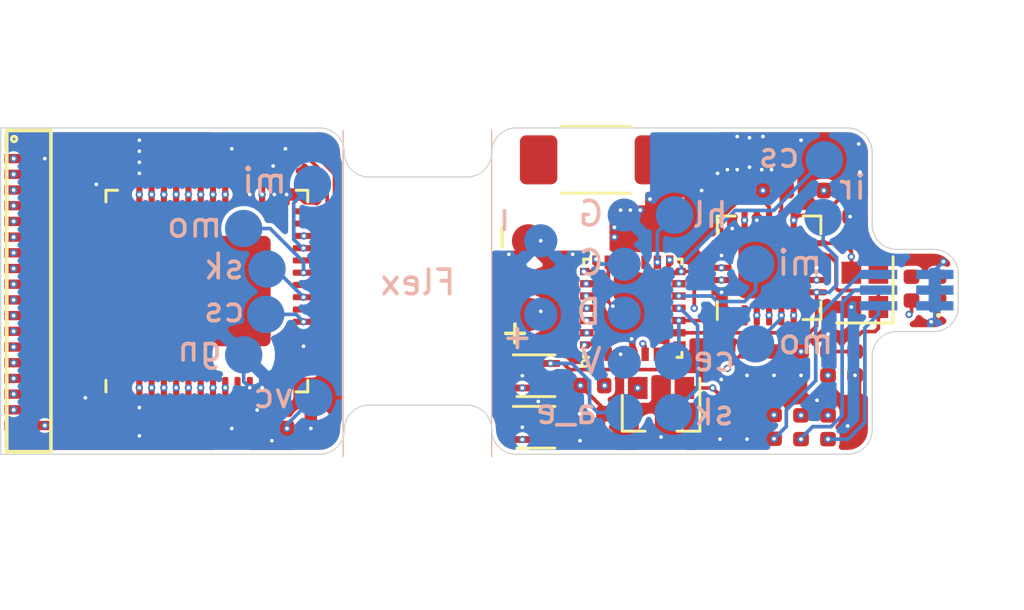
<source format=kicad_pcb>
(kicad_pcb (version 20171130) (host pcbnew "(5.1.4)-1")
  (layers (0 F.Cu signal) (1 In1.Cu signal) (2 In2.Cu signal) (31 B.Cu signal) (34 B.Paste user) (35 F.Paste user) (36 B.SilkS user) (37 F.SilkS user) (38 B.Mask user) (39 F.Mask user) (44 Edge.Cuts user))
  (net 0 "")
  (net 1 "Net-(AE1-Pad1)")
  (net 2 "Net-(AE1-Pad2)")
  (net 3 "Net-(D1-Pad14)")
  (net 4 "Net-(D1-Pad15)")
  (net 5 "Net-(D1-Pad16)")
  (net 6 "Net-(D1-Pad18)")
  (net 7 "Net-(D1-Pad20)")
  (net 8 "Net-(D1-Pad22)")
  (net 9 "Net-(D1-Pad24)")
  (net 10 "Net-(D1-Pad27)")
  (net 11 "Net-(D1-Pad33)")
  (net 12 "Net-(D2-Pad2)")
  (net 13 "Net-(D2-Pad5)")
  (net 14 "Net-(D2-Pad6)")
  (net 15 "Net-(D2-Pad17)")
  (net 16 "Net-(D2-Pad18)")
  (net 17 "Net-(D2-Pad19)")
  (net 18 "Net-(D2-Pad23)")
  (net 19 "Net-(D2-Pad24)")
  (net 20 "Net-(D2-Pad1)")
  (net 21 "Net-(D2-Pad8)")
  (net 22 "Net-(D2-Pad15)")
  (net 23 "Net-(D2-Pad22)")
  (net 24 "Net-(U2-Pad4)")
  (net 25 "Net-(U2-Pad5)")
  (net 26 "Net-(U3-Pad5)")
  (net 27 "Net-(U3-Pad4)")
  (net 28 GND)
  (net 29 /+3.3V_DIG)
  (net 30 "Net-(C5-Pad1)")
  (net 31 "Net-(C6-Pad1)")
  (net 32 "Net-(C7-Pad1)")
  (net 33 "Net-(C10-Pad1)")
  (net 34 "Net-(C9-Pad2)")
  (net 35 "Net-(L1-Pad1)")
  (net 36 "Net-(L1-Pad2)")
  (net 37 "Net-(R2-Pad1)")
  (net 38 /+3.3V_AN)
  (net 39 "Net-(C15-Pad1)")
  (net 40 /SPI2_CS)
  (net 41 /SPI2_SCK)
  (net 42 /SPI2_MOSI)
  (net 43 /SPI2_MISO)
  (net 44 /nRF_IRQ)
  (net 45 /nRF_CE)
  (net 46 /SPI1_SCK)
  (net 47 /SPI1_MISO)
  (net 48 /SPI1_MOSI)
  (net 49 /HALL_IRQ)
  (net 50 /SWD)
  (net 51 /AN_EN)
  (net 52 /SPI1_CSN)
  (net 53 /SWC)
  (net 54 "Net-(D3-Pad2)")
  (net 55 /BATT+)
  (net 56 /LED1)
  (net 57 /LED2)
  (net 58 /LED3)
  (net 59 /CH8)
  (net 60 /CH7)
  (net 61 /CH6)
  (net 62 /CH5)
  (net 63 /CH4)
  (net 64 /CH3)
  (net 65 /CH2)
  (net 66 /CH1)
  (net 67 /CH0)
  (net 68 /REF)
  (net 69 /CH31)
  (net 70 /CH30)
  (net 71 /CH29)
  (net 72 /CH28)
  (net 73 /CH27)
  (net 74 /CH26)
  (net 75 /CH25)
  (net 76 /CH24)
  (net 77 /CH23)
  (net 78 /CH22)
  (net 79 /CH21)
  (net 80 /CH20)
  (net 81 /CH19)
  (net 82 /CH18)
  (net 83 /CH17)
  (net 84 /CH16)
  (net 85 /CH15)
  (net 86 /CH14)
  (net 87 /CH13)
  (net 88 /CH12)
  (net 89 /CH11)
  (net 90 /CH10)
  (net 91 /CH9)
  (module Connector_PinHeader_2.00mm:PinHeader_1x02_P2.00mm_Vertical (layer F.Cu) (at 51.5 27.6 180)
    (fp_text reference J2 hide)
    (fp_text value "Li-po 301012")
    (pad 1 smd circle (at 0 0 180) (size 1.35 1.35) (layers F.Cu F.Paste F.Mask) (net 55 /BATT+))
    (pad 2 smd circle (at 0 3 180) (size 1.35 1.35) (layers F.Cu F.Paste F.Mask) (net 28 GND))
  )
  (module Connector_PinHeader_2.00mm:PinHeader_1x02_P2.00mm_Vertical (layer B.Cu) (at 52 27.6)
    (fp_text reference J4 hide)
    (fp_text value "Li-po 301012")
    (pad 1 smd circle (at 0 0) (size 1.35 1.35) (layers B.Cu B.Paste B.Mask) (net 55 /BATT+))
    (pad 2 smd circle (at 0 -3) (size 1.35 1.35) (layers B.Cu B.Paste B.Mask) (net 28 GND))
  )
  (module main_block:A79027-001 (layer F.Cu) (at 31.8 21.25 270)
    (fp_text reference J1 hide)
    (fp_text value A79027-001)
    (pad 35 smd rect (at 10.88 1.27 270) (size 0.38 0.76) (layers F.Cu F.Paste F.Mask) (net 28 GND))
    (pad 36 smd rect (at 10.88 0 270) (size 0.38 0.76) (layers F.Cu F.Paste F.Mask) (net 68 /REF))
    (pad 33 smd rect (at 10.24 1.27 270) (size 0.38 0.76) (layers F.Cu F.Paste F.Mask) (net 60 /CH7))
    (pad 34 smd rect (at 10.24 0 270) (size 0.38 0.76) (layers F.Cu F.Paste F.Mask) (net 59 /CH8))
    (pad 31 smd rect (at 9.6 1.27 270) (size 0.38 0.76) (layers F.Cu F.Paste F.Mask) (net 61 /CH6))
    (pad 32 smd rect (at 9.6 0 270) (size 0.38 0.76) (layers F.Cu F.Paste F.Mask) (net 91 /CH9))
    (pad 29 smd rect (at 8.96 1.27 270) (size 0.38 0.76) (layers F.Cu F.Paste F.Mask) (net 62 /CH5))
    (pad 30 smd rect (at 8.96 0 270) (size 0.38 0.76) (layers F.Cu F.Paste F.Mask) (net 90 /CH10))
    (pad 27 smd rect (at 8.32 1.27 270) (size 0.38 0.76) (layers F.Cu F.Paste F.Mask) (net 63 /CH4))
    (pad 28 smd rect (at 8.32 0 270) (size 0.38 0.76) (layers F.Cu F.Paste F.Mask) (net 89 /CH11))
    (pad 25 smd rect (at 7.68 1.27 270) (size 0.38 0.76) (layers F.Cu F.Paste F.Mask) (net 64 /CH3))
    (pad 26 smd rect (at 7.68 0 270) (size 0.38 0.76) (layers F.Cu F.Paste F.Mask) (net 88 /CH12))
    (pad 23 smd rect (at 7.04 1.27 270) (size 0.38 0.76) (layers F.Cu F.Paste F.Mask) (net 65 /CH2))
    (pad 24 smd rect (at 7.04 0 270) (size 0.38 0.76) (layers F.Cu F.Paste F.Mask) (net 87 /CH13))
    (pad 21 smd rect (at 6.4 1.27 270) (size 0.38 0.76) (layers F.Cu F.Paste F.Mask) (net 66 /CH1))
    (pad 22 smd rect (at 6.4 0 270) (size 0.38 0.76) (layers F.Cu F.Paste F.Mask) (net 86 /CH14))
    (pad 19 smd rect (at 5.76 1.27 270) (size 0.38 0.76) (layers F.Cu F.Paste F.Mask) (net 67 /CH0))
    (pad 20 smd rect (at 5.76 0 270) (size 0.38 0.76) (layers F.Cu F.Paste F.Mask) (net 85 /CH15))
    (pad 17 smd rect (at 5.12 1.27 270) (size 0.38 0.76) (layers F.Cu F.Paste F.Mask) (net 69 /CH31))
    (pad 18 smd rect (at 5.12 0 270) (size 0.38 0.76) (layers F.Cu F.Paste F.Mask) (net 84 /CH16))
    (pad 15 smd rect (at 4.48 1.27 270) (size 0.38 0.76) (layers F.Cu F.Paste F.Mask) (net 70 /CH30))
    (pad 16 smd rect (at 4.48 0 270) (size 0.38 0.76) (layers F.Cu F.Paste F.Mask) (net 83 /CH17))
    (pad 13 smd rect (at 3.84 1.27 270) (size 0.38 0.76) (layers F.Cu F.Paste F.Mask) (net 71 /CH29))
    (pad 14 smd rect (at 3.84 0 270) (size 0.38 0.76) (layers F.Cu F.Paste F.Mask) (net 82 /CH18))
    (pad 11 smd rect (at 3.2 1.27 270) (size 0.38 0.76) (layers F.Cu F.Paste F.Mask) (net 72 /CH28))
    (pad 12 smd rect (at 3.2 0 270) (size 0.38 0.76) (layers F.Cu F.Paste F.Mask) (net 81 /CH19))
    (pad 9 smd rect (at 2.56 1.27 270) (size 0.38 0.76) (layers F.Cu F.Paste F.Mask) (net 73 /CH27))
    (pad 10 smd rect (at 2.56 0 270) (size 0.38 0.76) (layers F.Cu F.Paste F.Mask) (net 80 /CH20))
    (pad 7 smd rect (at 1.92 1.27 270) (size 0.38 0.76) (layers F.Cu F.Paste F.Mask) (net 74 /CH26))
    (pad 8 smd rect (at 1.92 0 270) (size 0.38 0.76) (layers F.Cu F.Paste F.Mask) (net 79 /CH21))
    (pad 5 smd rect (at 1.28 1.27 270) (size 0.38 0.76) (layers F.Cu F.Paste F.Mask) (net 75 /CH25))
    (pad 6 smd rect (at 1.28 0 270) (size 0.38 0.76) (layers F.Cu F.Paste F.Mask) (net 78 /CH22))
    (pad 3 smd rect (at 0.64 1.27 270) (size 0.38 0.76) (layers F.Cu F.Paste F.Mask) (net 76 /CH24))
    (pad 4 smd rect (at 0.64 0 270) (size 0.38 0.76) (layers F.Cu F.Paste F.Mask) (net 77 /CH23))
    (pad 1 smd rect (at 0 1.27 270) (size 0.38 0.76) (layers F.Cu F.Paste F.Mask) (net 68 /REF))
    (pad 2 smd rect (at 0 0 270) (size 0.38 0.76) (layers F.Cu F.Paste F.Mask) (net 28 GND))
  )
  (module Resistor_SMD:R_2010_5025Metric_Pad1.52x2.65mm_HandSolder (layer F.Cu) (at 54.25 21.3)
    (fp_text reference AE1 hide)
    (fp_text value KH-5220-A56)
    (pad 1 smd roundrect (at -2.3375 0) (size 1.525 2) (layers F.Cu F.Paste F.Mask) (roundrect_rratio 0.164) (net 1 "Net-(AE1-Pad1)"))
    (pad 2 smd roundrect (at 2.3375 0) (size 1.525 2) (layers F.Cu F.Paste F.Mask) (roundrect_rratio 0.164) (net 2 "Net-(AE1-Pad2)"))
  )
  (module Package_DFN_QFN:QFN-56-1EP_8x8mm_P0.5mm_EP4.5x5.2mm (layer F.Cu) (at 38.4 26.65 90)
    (fp_text reference D1 hide)
    (fp_text value RHD2132)
    (pad 57 smd roundrect (at 0 0 90) (size 4.5 5.2) (layers F.Cu F.Mask) (roundrect_rratio 0.055556))
    (pad 1 smd roundrect (at -3.9375 -3.25 90) (size 0.875 0.25) (layers F.Cu F.Paste F.Mask) (net 59 /CH8))
    (pad 2 smd roundrect (at -3.9375 -2.75 90) (size 0.875 0.25) (layers F.Cu F.Paste F.Mask) (net 60 /CH7))
    (pad 3 smd roundrect (at -3.9375 -2.25 90) (size 0.875 0.25) (layers F.Cu F.Paste F.Mask) (net 61 /CH6))
    (pad 4 smd roundrect (at -3.9375 -1.75 90) (size 0.875 0.25) (layers F.Cu F.Paste F.Mask) (net 62 /CH5))
    (pad 5 smd roundrect (at -3.9375 -1.25 90) (size 0.875 0.25) (layers F.Cu F.Paste F.Mask) (net 63 /CH4))
    (pad 6 smd roundrect (at -3.9375 -0.75 90) (size 0.875 0.25) (layers F.Cu F.Paste F.Mask) (net 64 /CH3))
    (pad 7 smd roundrect (at -3.9375 -0.25 90) (size 0.875 0.25) (layers F.Cu F.Paste F.Mask) (net 65 /CH2))
    (pad 8 smd roundrect (at -3.9375 0.25 90) (size 0.875 0.25) (layers F.Cu F.Paste F.Mask) (net 66 /CH1))
    (pad 9 smd roundrect (at -3.9375 0.75 90) (size 0.875 0.25) (layers F.Cu F.Paste F.Mask) (net 67 /CH0))
    (pad 10 smd roundrect (at -3.9375 1.25 90) (size 0.875 0.25) (layers F.Cu F.Paste F.Mask) (net 68 /REF))
    (pad 11 smd roundrect (at -3.9375 1.75 90) (size 0.875 0.25) (layers F.Cu F.Paste F.Mask) (net 28 GND))
    (pad 12 smd roundrect (at -3.9375 2.25 90) (size 0.875 0.25) (layers F.Cu F.Paste F.Mask) (net 28 GND))
    (pad 13 smd roundrect (at -3.9375 2.75 90) (size 0.875 0.25) (layers F.Cu F.Paste F.Mask) (net 38 /+3.3V_AN))
    (pad 14 smd roundrect (at -3.9375 3.25 90) (size 0.875 0.25) (layers F.Cu F.Paste F.Mask) (net 3 "Net-(D1-Pad14)"))
    (pad 15 smd roundrect (at -3.25 3.9375 90) (size 0.25 0.875) (layers F.Cu F.Paste F.Mask) (net 4 "Net-(D1-Pad15)"))
    (pad 16 smd roundrect (at -2.75 3.9375 90) (size 0.25 0.875) (layers F.Cu F.Paste F.Mask) (net 5 "Net-(D1-Pad16)"))
    (pad 17 smd roundrect (at -2.25 3.9375 90) (size 0.25 0.875) (layers F.Cu F.Paste F.Mask) (net 28 GND))
    (pad 18 smd roundrect (at -1.75 3.9375 90) (size 0.25 0.875) (layers F.Cu F.Paste F.Mask) (net 6 "Net-(D1-Pad18)"))
    (pad 19 smd roundrect (at -1.25 3.9375 90) (size 0.25 0.875) (layers F.Cu F.Paste F.Mask) (net 40 /SPI2_CS))
    (pad 20 smd roundrect (at -0.75 3.9375 90) (size 0.25 0.875) (layers F.Cu F.Paste F.Mask) (net 7 "Net-(D1-Pad20)"))
    (pad 21 smd roundrect (at -0.25 3.9375 90) (size 0.25 0.875) (layers F.Cu F.Paste F.Mask) (net 41 /SPI2_SCK))
    (pad 22 smd roundrect (at 0.25 3.9375 90) (size 0.25 0.875) (layers F.Cu F.Paste F.Mask) (net 8 "Net-(D1-Pad22)"))
    (pad 23 smd roundrect (at 0.75 3.9375 90) (size 0.25 0.875) (layers F.Cu F.Paste F.Mask) (net 42 /SPI2_MOSI))
    (pad 24 smd roundrect (at 1.25 3.9375 90) (size 0.25 0.875) (layers F.Cu F.Paste F.Mask) (net 9 "Net-(D1-Pad24)"))
    (pad 25 smd roundrect (at 1.75 3.9375 90) (size 0.25 0.875) (layers F.Cu F.Paste F.Mask) (net 43 /SPI2_MISO))
    (pad 26 smd roundrect (at 2.25 3.9375 90) (size 0.25 0.875) (layers F.Cu F.Paste F.Mask) (net 38 /+3.3V_AN))
    (pad 27 smd roundrect (at 2.75 3.9375 90) (size 0.25 0.875) (layers F.Cu F.Paste F.Mask) (net 10 "Net-(D1-Pad27)"))
    (pad 28 smd roundrect (at 3.25 3.9375 90) (size 0.25 0.875) (layers F.Cu F.Paste F.Mask) (net 39 "Net-(C15-Pad1)"))
    (pad 29 smd roundrect (at 3.9375 3.25 90) (size 0.875 0.25) (layers F.Cu F.Paste F.Mask) (net 28 GND))
    (pad 30 smd roundrect (at 3.9375 2.75 90) (size 0.875 0.25) (layers F.Cu F.Paste F.Mask) (net 28 GND))
    (pad 31 smd roundrect (at 3.9375 2.25 90) (size 0.875 0.25) (layers F.Cu F.Paste F.Mask) (net 38 /+3.3V_AN))
    (pad 32 smd roundrect (at 3.9375 1.75 90) (size 0.875 0.25) (layers F.Cu F.Paste F.Mask) (net 28 GND))
    (pad 33 smd roundrect (at 3.9375 1.25 90) (size 0.875 0.25) (layers F.Cu F.Paste F.Mask) (net 11 "Net-(D1-Pad33)"))
    (pad 34 smd roundrect (at 3.9375 0.75 90) (size 0.875 0.25) (layers F.Cu F.Paste F.Mask) (net 69 /CH31))
    (pad 35 smd roundrect (at 3.9375 0.25 90) (size 0.875 0.25) (layers F.Cu F.Paste F.Mask) (net 70 /CH30))
    (pad 36 smd roundrect (at 3.9375 -0.25 90) (size 0.875 0.25) (layers F.Cu F.Paste F.Mask) (net 71 /CH29))
    (pad 37 smd roundrect (at 3.9375 -0.75 90) (size 0.875 0.25) (layers F.Cu F.Paste F.Mask) (net 72 /CH28))
    (pad 38 smd roundrect (at 3.9375 -1.25 90) (size 0.875 0.25) (layers F.Cu F.Paste F.Mask) (net 73 /CH27))
    (pad 39 smd roundrect (at 3.9375 -1.75 90) (size 0.875 0.25) (layers F.Cu F.Paste F.Mask) (net 74 /CH26))
    (pad 40 smd roundrect (at 3.9375 -2.25 90) (size 0.875 0.25) (layers F.Cu F.Paste F.Mask) (net 75 /CH25))
    (pad 41 smd roundrect (at 3.9375 -2.75 90) (size 0.875 0.25) (layers F.Cu F.Paste F.Mask) (net 76 /CH24))
    (pad 42 smd roundrect (at 3.9375 -3.25 90) (size 0.875 0.25) (layers F.Cu F.Paste F.Mask) (net 77 /CH23))
    (pad 43 smd roundrect (at 3.25 -3.9375 90) (size 0.25 0.875) (layers F.Cu F.Paste F.Mask) (net 78 /CH22))
    (pad 44 smd roundrect (at 2.75 -3.9375 90) (size 0.25 0.875) (layers F.Cu F.Paste F.Mask) (net 79 /CH21))
    (pad 45 smd roundrect (at 2.25 -3.9375 90) (size 0.25 0.875) (layers F.Cu F.Paste F.Mask) (net 80 /CH20))
    (pad 46 smd roundrect (at 1.75 -3.9375 90) (size 0.25 0.875) (layers F.Cu F.Paste F.Mask) (net 81 /CH19))
    (pad 47 smd roundrect (at 1.25 -3.9375 90) (size 0.25 0.875) (layers F.Cu F.Paste F.Mask) (net 82 /CH18))
    (pad 48 smd roundrect (at 0.75 -3.9375 90) (size 0.25 0.875) (layers F.Cu F.Paste F.Mask) (net 83 /CH17))
    (pad 49 smd roundrect (at 0.25 -3.9375 90) (size 0.25 0.875) (layers F.Cu F.Paste F.Mask) (net 84 /CH16))
    (pad 50 smd roundrect (at -0.25 -3.9375 90) (size 0.25 0.875) (layers F.Cu F.Paste F.Mask) (net 85 /CH15))
    (pad 51 smd roundrect (at -0.75 -3.9375 90) (size 0.25 0.875) (layers F.Cu F.Paste F.Mask) (net 86 /CH14))
    (pad 52 smd roundrect (at -1.25 -3.9375 90) (size 0.25 0.875) (layers F.Cu F.Paste F.Mask) (net 87 /CH13))
    (pad 53 smd roundrect (at -1.75 -3.9375 90) (size 0.25 0.875) (layers F.Cu F.Paste F.Mask) (net 88 /CH12))
    (pad 54 smd roundrect (at -2.25 -3.9375 90) (size 0.25 0.875) (layers F.Cu F.Paste F.Mask) (net 89 /CH11))
    (pad 55 smd roundrect (at -2.75 -3.9375 90) (size 0.25 0.875) (layers F.Cu F.Paste F.Mask) (net 90 /CH10))
    (pad 56 smd roundrect (at -3.25 -3.9375 90) (size 0.25 0.875) (layers F.Cu F.Paste F.Mask) (net 91 /CH9))
  )
  (module STM32F031G4U6:QFN50P400X400X60-28N (layer F.Cu) (at 55.75 27.35 90)
    (fp_text reference D2 hide)
    (fp_text value STM32G071GBU6 hide)
    (fp_poly (pts (xy -2.15 -1.65) (xy -1.8 -1.65) (xy -1.65 -1.5) (xy -1.65 -1.35) (xy -2.15 -1.35)) (layer F.Cu) (width 0))
    (fp_poly (pts (xy -1.65 -2.15) (xy -1.35 -2.15) (xy -1.35 -1.65) (xy -1.5 -1.65) (xy -1.65 -1.8)) (layer F.Cu) (width 0))
    (fp_poly (pts (xy 1.35 -1.65) (xy 1.5 -1.65) (xy 1.65 -1.8) (xy 1.65 -2.15) (xy 1.35 -2.15)) (layer F.Cu) (width 0))
    (fp_poly (pts (xy 1.65 -1.5) (xy 1.8 -1.65) (xy 2.15 -1.65) (xy 2.15 -1.35) (xy 1.65 -1.35)) (layer F.Cu) (width 0))
    (fp_poly (pts (xy 1.65 1.35) (xy 1.65 1.5) (xy 1.8 1.65) (xy 2.15 1.65) (xy 2.15 1.35)) (layer F.Cu) (width 0))
    (fp_poly (pts (xy 1.5 1.65) (xy 1.65 1.8) (xy 1.65 2.15) (xy 1.35 2.15) (xy 1.35 1.65)) (layer F.Cu) (width 0))
    (fp_poly (pts (xy -1.65 1.8) (xy -1.65 2.15) (xy -1.35 2.15) (xy -1.35 1.65) (xy -1.5 1.65)) (layer F.Cu) (width 0))
    (fp_poly (pts (xy -1.65 1.5) (xy -1.8 1.65) (xy -2.15 1.65) (xy -2.15 1.35) (xy -1.65 1.35)) (layer F.Cu) (width 0))
    (pad 2 smd rect (at -1.875 -1 90) (size 0.55 0.3) (layers F.Cu F.Paste) (net 12 "Net-(D2-Pad2)"))
    (pad 3 smd rect (at -1.875 -0.5 90) (size 0.55 0.3) (layers F.Cu F.Paste) (net 29 /+3.3V_DIG))
    (pad 4 smd rect (at -1.875 0 90) (size 0.55 0.3) (layers F.Cu F.Paste) (net 28 GND))
    (pad 5 smd rect (at -1.875 0.5 90) (size 0.55 0.3) (layers F.Cu F.Paste) (net 13 "Net-(D2-Pad5)"))
    (pad 6 smd rect (at -1.875 1 90) (size 0.55 0.3) (layers F.Cu F.Paste) (net 14 "Net-(D2-Pad6)"))
    (pad 9 smd rect (at -1 1.875 180) (size 0.55 0.3) (layers F.Cu F.Paste) (net 44 /nRF_IRQ))
    (pad 10 smd rect (at -0.5 1.875 180) (size 0.55 0.3) (layers F.Cu F.Paste) (net 45 /nRF_CE))
    (pad 11 smd rect (at 0 1.875 180) (size 0.55 0.3) (layers F.Cu F.Paste) (net 46 /SPI1_SCK))
    (pad 12 smd rect (at 0.5 1.875 180) (size 0.55 0.3) (layers F.Cu F.Paste) (net 47 /SPI1_MISO))
    (pad 13 smd rect (at 1 1.875 180) (size 0.55 0.3) (layers F.Cu F.Paste) (net 48 /SPI1_MOSI))
    (pad 16 smd rect (at 1.875 1 270) (size 0.55 0.3) (layers F.Cu F.Paste) (net 49 /HALL_IRQ))
    (pad 17 smd rect (at 1.875 0.5 270) (size 0.55 0.3) (layers F.Cu F.Paste) (net 15 "Net-(D2-Pad17)"))
    (pad 18 smd rect (at 1.875 0 270) (size 0.55 0.3) (layers F.Cu F.Paste) (net 16 "Net-(D2-Pad18)"))
    (pad 19 smd rect (at 1.875 -0.5 270) (size 0.55 0.3) (layers F.Cu F.Paste) (net 17 "Net-(D2-Pad19)"))
    (pad 20 smd rect (at 1.875 -1 270) (size 0.55 0.3) (layers F.Cu F.Paste) (net 50 /SWD))
    (pad 23 smd rect (at 1 -1.875) (size 0.55 0.3) (layers F.Cu F.Paste) (net 18 "Net-(D2-Pad23)"))
    (pad 24 smd rect (at 0.5 -1.875) (size 0.55 0.3) (layers F.Cu F.Paste) (net 19 "Net-(D2-Pad24)"))
    (pad 25 smd rect (at 0 -1.875) (size 0.55 0.3) (layers F.Cu F.Paste) (net 40 /SPI2_CS))
    (pad 26 smd rect (at -0.5 -1.875) (size 0.55 0.3) (layers F.Cu F.Paste) (net 43 /SPI2_MISO))
    (pad 27 smd rect (at -1 -1.875) (size 0.55 0.3) (layers F.Cu F.Paste) (net 42 /SPI2_MOSI))
    (pad 1 smd rect (at -1.975 -1.5 90) (size 0.35 0.3) (layers F.Cu F.Paste) (net 20 "Net-(D2-Pad1)"))
    (pad 7 smd rect (at -1.975 1.5 90) (size 0.35 0.3) (layers F.Cu F.Paste) (net 51 /AN_EN))
    (pad 8 smd rect (at -1.5 1.975 180) (size 0.35 0.3) (layers F.Cu F.Paste) (net 21 "Net-(D2-Pad8)"))
    (pad 14 smd rect (at 1.5 1.975 180) (size 0.35 0.3) (layers F.Cu F.Paste) (net 52 /SPI1_CSN))
    (pad 15 smd rect (at 1.975 1.5 270) (size 0.35 0.3) (layers F.Cu F.Paste) (net 22 "Net-(D2-Pad15)"))
    (pad 21 smd rect (at 1.975 -1.5 270) (size 0.35 0.3) (layers F.Cu F.Paste) (net 53 /SWC))
    (pad 22 smd rect (at 1.5 -1.975) (size 0.35 0.3) (layers F.Cu F.Paste) (net 23 "Net-(D2-Pad22)"))
    (pad 28 smd rect (at -1.5 -1.975) (size 0.35 0.3) (layers F.Cu F.Paste) (net 41 /SPI2_SCK))
  )
  (module Package_TO_SOT_SMD:SOT-23 (layer F.Cu) (at 56.9 31.6 270)
    (fp_text reference U1 hide)
    (fp_text value KTH1601SL-ST3)
    (pad 1 smd rect (at -1 -0.95 270) (size 0.9 0.8) (layers F.Cu F.Paste F.Mask) (net 29 /+3.3V_DIG))
    (pad 2 smd rect (at -1 0.95 270) (size 0.9 0.8) (layers F.Cu F.Paste F.Mask) (net 49 /HALL_IRQ))
    (pad 3 smd rect (at 1 0 270) (size 0.9 0.8) (layers F.Cu F.Paste F.Mask) (net 28 GND))
  )
  (module Package_SON:WSON-6_1.5x1.5mm_P0.5mm (layer F.Cu) (at 51.825 32.2)
    (fp_text reference U2 hide)
    (fp_text value TLV70033DSER)
    (pad 1 smd rect (at -0.525 -0.5 270) (size 0.28 0.85) (layers F.Cu F.Paste F.Mask) (net 55 /BATT+))
    (pad 2 smd rect (at -0.575 0 270) (size 0.28 0.75) (layers F.Cu F.Paste F.Mask) (net 28 GND))
    (pad 3 smd rect (at -0.575 0.5 270) (size 0.28 0.75) (layers F.Cu F.Paste F.Mask) (net 29 /+3.3V_DIG))
    (pad 4 smd rect (at 0.575 0.5 270) (size 0.28 0.75) (layers F.Cu F.Paste F.Mask) (net 24 "Net-(U2-Pad4)"))
    (pad 5 smd rect (at 0.575 0 270) (size 0.28 0.75) (layers F.Cu F.Paste F.Mask) (net 25 "Net-(U2-Pad5)"))
    (pad 6 smd rect (at 0.575 -0.5 270) (size 0.28 0.75) (layers F.Cu F.Paste F.Mask) (net 55 /BATT+))
  )
  (module Package_SON:WSON-6_1.5x1.5mm_P0.5mm (layer F.Cu) (at 51.825 30.1)
    (fp_text reference U3 hide)
    (fp_text value TLV70033DSER)
    (pad 6 smd rect (at 0.575 -0.5 270) (size 0.28 0.75) (layers F.Cu F.Paste F.Mask) (net 51 /AN_EN))
    (pad 5 smd rect (at 0.575 0 270) (size 0.28 0.75) (layers F.Cu F.Paste F.Mask) (net 26 "Net-(U3-Pad5)"))
    (pad 4 smd rect (at 0.575 0.5 270) (size 0.28 0.75) (layers F.Cu F.Paste F.Mask) (net 27 "Net-(U3-Pad4)"))
    (pad 3 smd rect (at -0.575 0.5 270) (size 0.28 0.75) (layers F.Cu F.Paste F.Mask) (net 38 /+3.3V_AN))
    (pad 2 smd rect (at -0.575 0 270) (size 0.28 0.75) (layers F.Cu F.Paste F.Mask) (net 28 GND))
    (pad 1 smd rect (at -0.525 -0.5 270) (size 0.28 0.85) (layers F.Cu F.Paste F.Mask) (net 55 /BATT+))
  )
  (module Package_DFN_QFN:QFN-20-1EP_4x4mm_P0.5mm_EP2.5x2.5mm (layer F.Cu) (at 61.3 25.7 90)
    (fp_text reference U4 hide)
    (fp_text value nRF24L01P)
    (pad 21 smd roundrect (at 0 0 90) (size 2.5 2.5) (layers F.Cu F.Mask) (roundrect_rratio 0.1))
    (pad 1 smd roundrect (at -1.9375 -1 90) (size 0.825 0.25) (layers F.Cu F.Paste F.Mask) (net 45 /nRF_CE))
    (pad 2 smd roundrect (at -1.9375 -0.5 90) (size 0.825 0.25) (layers F.Cu F.Paste F.Mask) (net 52 /SPI1_CSN))
    (pad 3 smd roundrect (at -1.9375 0 90) (size 0.825 0.25) (layers F.Cu F.Paste F.Mask) (net 46 /SPI1_SCK))
    (pad 4 smd roundrect (at -1.9375 0.5 90) (size 0.825 0.25) (layers F.Cu F.Paste F.Mask) (net 48 /SPI1_MOSI))
    (pad 5 smd roundrect (at -1.9375 1 90) (size 0.825 0.25) (layers F.Cu F.Paste F.Mask) (net 47 /SPI1_MISO))
    (pad 6 smd roundrect (at -1 1.9375 90) (size 0.25 0.825) (layers F.Cu F.Paste F.Mask) (net 44 /nRF_IRQ))
    (pad 7 smd roundrect (at -0.5 1.9375 90) (size 0.25 0.825) (layers F.Cu F.Paste F.Mask) (net 29 /+3.3V_DIG))
    (pad 8 smd roundrect (at 0 1.9375 90) (size 0.25 0.825) (layers F.Cu F.Paste F.Mask) (net 28 GND))
    (pad 9 smd roundrect (at 0.5 1.9375 90) (size 0.25 0.825) (layers F.Cu F.Paste F.Mask) (net 31 "Net-(C6-Pad1)"))
    (pad 10 smd roundrect (at 1 1.9375 90) (size 0.25 0.825) (layers F.Cu F.Paste F.Mask) (net 32 "Net-(C7-Pad1)"))
    (pad 11 smd roundrect (at 1.9375 1 90) (size 0.825 0.25) (layers F.Cu F.Paste F.Mask) (net 33 "Net-(C10-Pad1)"))
    (pad 12 smd roundrect (at 1.9375 0.5 90) (size 0.825 0.25) (layers F.Cu F.Paste F.Mask) (net 35 "Net-(L1-Pad1)"))
    (pad 13 smd roundrect (at 1.9375 0 90) (size 0.825 0.25) (layers F.Cu F.Paste F.Mask) (net 36 "Net-(L1-Pad2)"))
    (pad 14 smd roundrect (at 1.9375 -0.5 90) (size 0.825 0.25) (layers F.Cu F.Paste F.Mask) (net 28 GND))
    (pad 15 smd roundrect (at 1.9375 -1 90) (size 0.825 0.25) (layers F.Cu F.Paste F.Mask) (net 29 /+3.3V_DIG))
    (pad 16 smd roundrect (at 1 -1.9375 90) (size 0.25 0.825) (layers F.Cu F.Paste F.Mask) (net 37 "Net-(R2-Pad1)"))
    (pad 17 smd roundrect (at 0.5 -1.9375 90) (size 0.25 0.825) (layers F.Cu F.Paste F.Mask) (net 28 GND))
    (pad 18 smd roundrect (at 0 -1.9375 90) (size 0.25 0.825) (layers F.Cu F.Paste F.Mask) (net 29 /+3.3V_DIG))
    (pad 19 smd roundrect (at -0.5 -1.9375 90) (size 0.25 0.825) (layers F.Cu F.Paste F.Mask) (net 30 "Net-(C5-Pad1)"))
    (pad 20 smd roundrect (at -1 -1.9375 90) (size 0.25 0.825) (layers F.Cu F.Paste F.Mask) (net 28 GND))
  )
  (module Crystal:Crystal_SMD_2016-4Pin_2.0x1.6mm (layer F.Cu) (at 65.2 26.6 90)
    (fp_text reference Y1 hide)
    (fp_text value 7F16000E12UCG)
    (pad 1 smd rect (at -0.7 0.55 90) (size 0.9 0.8) (layers F.Cu F.Paste F.Mask) (net 31 "Net-(C6-Pad1)"))
    (pad 2 smd rect (at 0.7 0.55 90) (size 0.9 0.8) (layers F.Cu F.Paste F.Mask) (net 28 GND))
    (pad 3 smd rect (at 0.7 -0.55 90) (size 0.9 0.8) (layers F.Cu F.Paste F.Mask) (net 32 "Net-(C7-Pad1)"))
    (pad 4 smd rect (at -0.7 -0.55 90) (size 0.9 0.8) (layers F.Cu F.Paste F.Mask) (net 28 GND))
  )
  (module Capacitor_SMD:C_0402_1005Metric (layer F.Cu) (at 54.065 31.65 180)
    (fp_text reference C1 hide)
    (fp_text value 0402B102K500NT)
    (pad 2 smd roundrect (at 0.485 0 180) (size 0.59 0.64) (layers F.Cu F.Paste F.Mask) (net 28 GND))
    (pad 1 smd roundrect (at -0.485 0 180) (size 0.59 0.64) (layers F.Cu F.Paste F.Mask) (net 29 /+3.3V_DIG))
  )
  (module Capacitor_SMD:C_0402_1005Metric (layer F.Cu) (at 54.085 32.75 180)
    (fp_text reference C2 hide)
    (fp_text value CL05A105KA5NQNC)
    (pad 1 smd roundrect (at -0.485 0 180) (size 0.59 0.64) (layers F.Cu F.Paste F.Mask) (net 29 /+3.3V_DIG))
    (pad 2 smd roundrect (at 0.485 0 180) (size 0.59 0.64) (layers F.Cu F.Paste F.Mask) (net 28 GND))
  )
  (module Capacitor_SMD:C_0402_1005Metric (layer F.Cu) (at 60.4 32.2 270)
    (fp_text reference C3 hide)
    (fp_text value CL05B103KB5NNNC)
    (pad 1 smd roundrect (at -0.485 0 270) (size 0.59 0.64) (layers F.Cu F.Paste F.Mask) (net 29 /+3.3V_DIG))
    (pad 2 smd roundrect (at 0.485 0 270) (size 0.59 0.64) (layers F.Cu F.Paste F.Mask) (net 28 GND))
  )
  (module Capacitor_SMD:C_0402_1005Metric (layer F.Cu) (at 59.3 32.2 270)
    (fp_text reference C4 hide)
    (fp_text value 0402B102K500NT)
    (pad 2 smd roundrect (at 0.485 0 270) (size 0.59 0.64) (layers F.Cu F.Paste F.Mask) (net 28 GND))
    (pad 1 smd roundrect (at -0.485 0 270) (size 0.59 0.64) (layers F.Cu F.Paste F.Mask) (net 29 /+3.3V_DIG))
  )
  (module Capacitor_SMD:C_0402_1005Metric (layer F.Cu) (at 60.4 29.6 270)
    (fp_text reference C5 hide)
    (fp_text value 0402F333M500NT)
    (pad 1 smd roundrect (at -0.485 0 270) (size 0.59 0.64) (layers F.Cu F.Paste F.Mask) (net 30 "Net-(C5-Pad1)"))
    (pad 2 smd roundrect (at 0.485 0 270) (size 0.59 0.64) (layers F.Cu F.Paste F.Mask) (net 28 GND))
  )
  (module Capacitor_SMD:C_0402_1005Metric (layer F.Cu) (at 64.8 29.6 270)
    (fp_text reference C6 hide)
    (fp_text value 0402CG220J500NT)
    (pad 1 smd roundrect (at -0.485 0 270) (size 0.59 0.64) (layers F.Cu F.Paste F.Mask) (net 31 "Net-(C6-Pad1)"))
    (pad 2 smd roundrect (at 0.485 0 270) (size 0.59 0.64) (layers F.Cu F.Paste F.Mask) (net 28 GND))
  )
  (module Capacitor_SMD:C_0402_1005Metric (layer F.Cu) (at 64.6 24.1 90)
    (fp_text reference C7 hide)
    (fp_text value 0402CG220J500NT)
    (pad 2 smd roundrect (at 0.485 0 90) (size 0.59 0.64) (layers F.Cu F.Paste F.Mask) (net 28 GND))
    (pad 1 smd roundrect (at -0.485 0 90) (size 0.59 0.64) (layers F.Cu F.Paste F.Mask) (net 32 "Net-(C7-Pad1)"))
  )
  (module Capacitor_SMD:C_0402_1005Metric (layer F.Cu) (at 62.6 29.6 270)
    (fp_text reference C8 hide)
    (fp_text value 0402B222K500NT)
    (pad 2 smd roundrect (at 0.485 0 270) (size 0.59 0.64) (layers F.Cu F.Paste F.Mask) (net 28 GND))
    (pad 1 smd roundrect (at -0.485 0 270) (size 0.59 0.64) (layers F.Cu F.Paste F.Mask) (net 33 "Net-(C10-Pad1)"))
  )
  (module Capacitor_SMD:C_0402_1005Metric (layer F.Cu) (at 59.515 21)
    (fp_text reference C9 hide)
    (fp_text value 0402CG1R5C500NT hide)
    (pad 2 smd roundrect (at 0.485 0) (size 0.59 0.64) (layers F.Cu F.Paste F.Mask) (net 34 "Net-(C9-Pad2)"))
    (pad 1 smd roundrect (at -0.485 0) (size 0.59 0.64) (layers F.Cu F.Paste F.Mask) (net 2 "Net-(AE1-Pad2)"))
  )
  (module Capacitor_SMD:C_0402_1005Metric (layer F.Cu) (at 61.5 29.6 270)
    (fp_text reference C10 hide)
    (fp_text value 0402CG4R7C500NT)
    (pad 1 smd roundrect (at -0.485 0 270) (size 0.59 0.64) (layers F.Cu F.Paste F.Mask) (net 33 "Net-(C10-Pad1)"))
    (pad 2 smd roundrect (at 0.485 0 270) (size 0.59 0.64) (layers F.Cu F.Paste F.Mask) (net 28 GND))
  )
  (module Capacitor_SMD:C_0402_1005Metric (layer F.Cu) (at 58.1 22.1 270)
    (fp_text reference C11 hide)
    (fp_text value 0402CG1R0C500NT)
    (pad 1 smd roundrect (at -0.485 0 270) (size 0.59 0.64) (layers F.Cu F.Paste F.Mask) (net 2 "Net-(AE1-Pad2)"))
    (pad 2 smd roundrect (at 0.485 0 270) (size 0.59 0.64) (layers F.Cu F.Paste F.Mask) (net 28 GND))
  )
  (module Inductor_SMD:L_0402_1005Metric (layer F.Cu) (at 61.535 22.55 180)
    (fp_text reference L1 hide)
    (fp_text value SDCL1005C8N2JTDF)
    (pad 1 smd roundrect (at -0.485 0 180) (size 0.59 0.64) (layers F.Cu F.Paste F.Mask) (net 35 "Net-(L1-Pad1)"))
    (pad 2 smd roundrect (at 0.485 0 180) (size 0.59 0.64) (layers F.Cu F.Paste F.Mask) (net 36 "Net-(L1-Pad2)"))
  )
  (module Inductor_SMD:L_0402_1005Metric (layer F.Cu) (at 61.515 21 180)
    (fp_text reference L2 hide)
    (fp_text value SDCL1005C3N9STDF)
    (pad 2 smd roundrect (at 0.485 0 180) (size 0.59 0.64) (layers F.Cu F.Paste F.Mask) (net 34 "Net-(C9-Pad2)"))
    (pad 1 smd roundrect (at -0.485 0 180) (size 0.59 0.64) (layers F.Cu F.Paste F.Mask) (net 35 "Net-(L1-Pad1)"))
  )
  (module Inductor_SMD:L_0402_1005Metric (layer F.Cu) (at 64.015 22.55)
    (fp_text reference L3 hide)
    (fp_text value SDCL1005C2N7STDF)
    (pad 1 smd roundrect (at -0.485 0) (size 0.59 0.64) (layers F.Cu F.Paste F.Mask) (net 36 "Net-(L1-Pad2)"))
    (pad 2 smd roundrect (at 0.485 0) (size 0.59 0.64) (layers F.Cu F.Paste F.Mask) (net 33 "Net-(C10-Pad1)"))
  )
  (module Resistor_SMD:R_0402_1005Metric (layer F.Cu) (at 54.1 30.5)
    (fp_text reference R1 hide)
    (fp_text value 0402WGF1002TCE)
    (pad 1 smd roundrect (at -0.485 0) (size 0.59 0.64) (layers F.Cu F.Paste F.Mask) (net 29 /+3.3V_DIG))
    (pad 2 smd roundrect (at 0.485 0) (size 0.59 0.64) (layers F.Cu F.Paste F.Mask) (net 13 "Net-(D2-Pad5)"))
  )
  (module Resistor_SMD:R_0402_1005Metric (layer F.Cu) (at 59.565 22.55 180)
    (fp_text reference R2 hide)
    (fp_text value 0402WGF2202TCE)
    (pad 1 smd roundrect (at -0.485 0 180) (size 0.59 0.64) (layers F.Cu F.Paste F.Mask) (net 37 "Net-(R2-Pad1)"))
    (pad 2 smd roundrect (at 0.485 0 180) (size 0.59 0.64) (layers F.Cu F.Paste F.Mask) (net 28 GND))
  )
  (module Resistor_SMD:R_0402_1005Metric (layer F.Cu) (at 63.7 29.6 90)
    (fp_text reference R3 hide)
    (fp_text value 0402WGF1004TCE)
    (pad 2 smd roundrect (at 0.485 0 90) (size 0.59 0.64) (layers F.Cu F.Paste F.Mask) (net 31 "Net-(C6-Pad1)"))
    (pad 1 smd roundrect (at -0.485 0 90) (size 0.59 0.64) (layers F.Cu F.Paste F.Mask) (net 32 "Net-(C7-Pad1)"))
  )
  (module Capacitor_SMD:C_0402_1005Metric (layer F.Cu) (at 39.9 20.85 180)
    (fp_text reference C12 hide)
    (fp_text value 0402B102K500NT)
    (pad 1 smd roundrect (at -0.485 0 180) (size 0.59 0.64) (layers F.Cu F.Paste F.Mask) (net 38 /+3.3V_AN))
    (pad 2 smd roundrect (at 0.485 0 180) (size 0.59 0.64) (layers F.Cu F.Paste F.Mask) (net 28 GND))
  )
  (module Capacitor_SMD:C_0402_1005Metric (layer F.Cu) (at 39.9 32.25 180)
    (fp_text reference C13 hide)
    (fp_text value CL05A105KA5NQNC)
    (pad 2 smd roundrect (at 0.485 0 180) (size 0.59 0.64) (layers F.Cu F.Paste F.Mask) (net 28 GND))
    (pad 1 smd roundrect (at -0.485 0 180) (size 0.59 0.64) (layers F.Cu F.Paste F.Mask) (net 38 /+3.3V_AN))
  )
  (module main_block:debug (layer B.Cu) (at 55.4 29.55)
    (fp_text reference J3 hide)
    (fp_text value Conn_01x04_Male)
    (pad 1 smd circle (at 0 0) (size 1.35 1.35) (layers B.Cu B.Paste B.Mask) (net 29 /+3.3V_DIG))
    (pad 2 smd circle (at 0 -2) (size 1.35 1.35) (layers B.Cu B.Paste B.Mask) (net 50 /SWD))
    (pad 3 smd circle (at 0 -4) (size 1.35 1.35) (layers B.Cu B.Paste B.Mask) (net 53 /SWC))
    (pad 4 smd circle (at 0 -6) (size 1.35 1.35) (layers B.Cu B.Paste B.Mask) (net 28 GND))
  )
  (module Capacitor_SMD:C_0402_1005Metric (layer F.Cu) (at 42.15 32.25)
    (fp_text reference C14 hide)
    (fp_text value CL05B104KO5NNNC)
    (pad 1 smd roundrect (at -0.485 0) (size 0.59 0.64) (layers F.Cu F.Paste F.Mask) (net 38 /+3.3V_AN))
    (pad 2 smd roundrect (at 0.485 0) (size 0.59 0.64) (layers F.Cu F.Paste F.Mask) (net 28 GND))
  )
  (module Capacitor_SMD:C_0402_1005Metric (layer F.Cu) (at 42.085 20.85 180)
    (fp_text reference C15 hide)
    (fp_text value CL05B103KB5NNNC)
    (pad 2 smd roundrect (at 0.485 0 180) (size 0.59 0.64) (layers F.Cu F.Paste F.Mask) (net 28 GND))
    (pad 1 smd roundrect (at -0.485 0 180) (size 0.59 0.64) (layers F.Cu F.Paste F.Mask) (net 39 "Net-(C15-Pad1)"))
  )
  (module LED_SMD:LED_0402_1005Metric (layer F.Cu) (at 68.2 26.55 90)
    (fp_text reference D3 hide)
    (fp_text value FC-F1005YGK-572J5)
    (pad 1 smd roundrect (at -0.485 0 90) (size 0.59 0.64) (layers F.Cu F.Paste F.Mask) (net 28 GND))
    (pad 2 smd roundrect (at 0.485 0 90) (size 0.59 0.64) (layers F.Cu F.Paste F.Mask) (net 54 "Net-(D3-Pad2)"))
  )
  (module Resistor_SMD:R_0402_1005Metric (layer F.Cu) (at 67.1 26.55 90)
    (fp_text reference R4 hide)
    (fp_text value 0402WGF3300TCE)
    (pad 1 smd roundrect (at -0.485 0 90) (size 0.59 0.64) (layers F.Cu F.Paste F.Mask) (net 22 "Net-(D2-Pad15)"))
    (pad 2 smd roundrect (at 0.485 0 90) (size 0.59 0.64) (layers F.Cu F.Paste F.Mask) (net 54 "Net-(D3-Pad2)"))
  )
  (module Resistor_SMD:R_0402_1005Metric (layer F.Cu) (at 63.7 32.2 90)
    (fp_text reference R5 hide)
    (fp_text value 0402WGF3300TCE)
    (pad 1 smd roundrect (at -0.485 0 90) (size 0.59 0.64) (layers F.Cu F.Paste F.Mask) (net 56 /LED1))
    (pad 2 smd roundrect (at 0.485 0 90) (size 0.59 0.64) (layers F.Cu F.Paste F.Mask) (net 23 "Net-(D2-Pad22)"))
  )
  (module Resistor_SMD:R_0402_1005Metric (layer F.Cu) (at 62.6 32.2 90)
    (fp_text reference R6 hide)
    (fp_text value 0402WGF3300TCE)
    (pad 2 smd roundrect (at 0.485 0 90) (size 0.59 0.64) (layers F.Cu F.Paste F.Mask) (net 18 "Net-(D2-Pad23)"))
    (pad 1 smd roundrect (at -0.485 0 90) (size 0.59 0.64) (layers F.Cu F.Paste F.Mask) (net 57 /LED2))
  )
  (module Resistor_SMD:R_0402_1005Metric (layer F.Cu) (at 61.5 32.185 90)
    (fp_text reference R7 hide)
    (fp_text value 0402WGF3300TCE)
    (pad 1 smd roundrect (at -0.485 0 90) (size 0.59 0.64) (layers F.Cu F.Paste F.Mask) (net 58 /LED3))
    (pad 2 smd roundrect (at 0.485 0 90) (size 0.59 0.64) (layers F.Cu F.Paste F.Mask) (net 19 "Net-(D2-Pad24)"))
  )
  (module main_block:A79607-001 (layer B.Cu) (at 64.96 27.45)
    (fp_text reference J5 hide)
    (fp_text value A79607-001)
    (pad 1 smd rect (at 0.8 -0.2) (size 1.52 0.38) (layers B.Cu B.Paste B.Mask) (net 56 /LED1))
    (pad 2 smd rect (at 3.09 -0.2) (size 1.52 0.38) (layers B.Cu B.Paste B.Mask) (net 28 GND))
    (pad 3 smd rect (at 0.8 -0.84) (size 1.52 0.38) (layers B.Cu B.Paste B.Mask) (net 57 /LED2))
    (pad 4 smd rect (at 3.09 -0.84) (size 1.52 0.38) (layers B.Cu B.Paste B.Mask) (net 28 GND))
    (pad 5 smd rect (at 0.8 -1.48) (size 1.52 0.38) (layers B.Cu B.Paste B.Mask) (net 58 /LED3))
    (pad 6 smd rect (at 3.09 -1.48) (size 1.52 0.38) (layers B.Cu B.Paste B.Mask) (net 28 GND))
  )
  (module main_block:debug_ (layer B.Cu) (at 42.75 31)
    (fp_text reference J6 hide)
    (fp_text value 1 hide)
    (pad 1 smd circle (at 0 0) (size 1.524 1.524) (layers B.Cu B.Paste B.Mask) (net 38 /+3.3V_AN))
  )
  (module main_block:debug_ (layer B.Cu) (at 42.7 22.3)
    (fp_text reference J7 hide)
    (fp_text value 1 hide)
    (pad 1 smd circle (at 0 0) (size 1.524 1.524) (layers B.Cu B.Paste B.Mask) (net 43 /SPI2_MISO))
  )
  (module main_block:debug_ (layer B.Cu) (at 39.9 24.1)
    (fp_text reference J8 hide)
    (fp_text value 1 hide)
    (pad 1 smd circle (at 0 0) (size 1.524 1.524) (layers B.Cu B.Paste B.Mask) (net 42 /SPI2_MOSI))
  )
  (module main_block:debug_ (layer B.Cu) (at 40.85 25.75)
    (fp_text reference J9 hide)
    (fp_text value 1 hide)
    (pad 1 smd circle (at 0 0) (size 1.524 1.524) (layers B.Cu B.Paste B.Mask) (net 41 /SPI2_SCK))
  )
  (module main_block:debug_ (layer B.Cu) (at 40.8 27.6)
    (fp_text reference J10 hide)
    (fp_text value 1 hide)
    (pad 1 smd circle (at 0 0) (size 1.524 1.524) (layers B.Cu B.Paste B.Mask) (net 40 /SPI2_CS))
  )
  (module main_block:debug_ (layer B.Cu) (at 39.9 29.25)
    (fp_text reference J11 hide)
    (fp_text value 1 hide)
    (pad 1 smd circle (at 0 0) (size 1.524 1.524) (layers B.Cu B.Paste B.Mask) (net 28 GND))
  )
  (module main_block:debug_ (layer B.Cu) (at 55.4 31.6)
    (fp_text reference J12 hide)
    (fp_text value 1 hide)
    (pad 1 smd circle (at 0 0) (size 1.524 1.524) (layers B.Cu B.Paste B.Mask) (net 51 /AN_EN))
  )
  (module main_block:debug_ (layer B.Cu) (at 63.5 23.65)
    (fp_text reference J13 hide)
    (fp_text value 1 hide)
    (pad 1 smd circle (at 0 0) (size 1.524 1.524) (layers B.Cu B.Paste B.Mask) (net 44 /nRF_IRQ))
  )
  (module main_block:debug_ (layer B.Cu) (at 57.4 29.5)
    (fp_text reference J14 hide)
    (fp_text value 1 hide)
    (pad 1 smd circle (at 0 0) (size 1.524 1.524) (layers B.Cu B.Paste B.Mask) (net 45 /nRF_CE))
  )
  (module main_block:debug_ (layer B.Cu) (at 57.4 31.6)
    (fp_text reference J15 hide)
    (fp_text value 1 hide)
    (pad 1 smd circle (at 0 0) (size 1.524 1.524) (layers B.Cu B.Paste B.Mask) (net 46 /SPI1_SCK))
  )
  (module main_block:debug_ (layer B.Cu) (at 60.75 25.55)
    (fp_text reference J16 hide)
    (fp_text value 1 hide)
    (pad 1 smd circle (at 0 0) (size 1.524 1.524) (layers B.Cu B.Paste B.Mask) (net 47 /SPI1_MISO))
  )
  (module main_block:debug_ (layer B.Cu) (at 60.75 28.8)
    (fp_text reference J17 hide)
    (fp_text value 1 hide)
    (pad 1 smd circle (at 0 0) (size 1.524 1.524) (layers B.Cu B.Paste B.Mask) (net 48 /SPI1_MOSI))
  )
  (module main_block:debug_ (layer B.Cu) (at 63.55 21.3)
    (fp_text reference J18 hide)
    (fp_text value 1 hide)
    (pad 1 smd circle (at 0 0) (size 1.524 1.524) (layers B.Cu B.Paste B.Mask) (net 52 /SPI1_CSN))
  )
  (module main_block:debug_ (layer B.Cu) (at 57.45 23.55)
    (fp_text reference J19 hide)
    (fp_text value 1 hide)
    (pad 1 smd circle (at 0 0) (size 1.524 1.524) (layers B.Cu B.Paste B.Mask) (net 49 /HALL_IRQ))
  )
  (gr_circle (center 30.55 20.45) (end 30.6 20.45) (layer F.SilkS) (width 0.12))
  (gr_text a_e (at 53.05 31.55) (layer B.SilkS) (effects (font (size 1 1)) (justify mirror)))
  (gr_text sk (at 59.05 31.6) (layer B.SilkS) (effects (font (size 1 1)) (justify mirror)))
  (gr_text ce (at 59.05 29.4) (layer B.SilkS) (effects (font (size 1 1)) (justify mirror)))
  (gr_text mo (at 62.8 28.7) (layer B.SilkS) (effects (font (size 1 1)) (justify mirror)))
  (gr_text cs (at 61.7 21.1) (layer B.SilkS) (effects (font (size 1 1)) (justify mirror)))
  (gr_text hl (at 58.9 23.55) (layer B.SilkS) (effects (font (size 1 1)) (justify mirror)))
  (gr_text mi (at 62.55 25.5) (layer B.SilkS) (effects (font (size 1 1)) (justify mirror)))
  (gr_text ir (at 64.7 22.4) (layer B.SilkS) (effects (font (size 1 1)) (justify mirror)))
  (gr_text vc (at 41.1 30.9) (layer B.SilkS) (effects (font (size 1 1)) (justify mirror)))
  (gr_text gn (at 38.1 29) (layer B.SilkS) (effects (font (size 1 1)) (justify mirror)))
  (gr_text cs (at 39.1 27.4) (layer B.SilkS) (effects (font (size 1 1)) (justify mirror)))
  (gr_text sk (at 39.1 25.65) (layer B.SilkS) (effects (font (size 1 1)) (justify mirror)))
  (gr_text mo (at 37.9 23.95) (layer B.SilkS) (effects (font (size 1 1)) (justify mirror)))
  (gr_text mi (at 40.75 22.15) (layer B.SilkS) (effects (font (size 1 1)) (justify mirror)))
  (gr_line (start 65.5 21) (end 65.5 23.95) (layer Edge.Cuts) (width 0.05))
  (gr_line (start 65.5 29.3) (end 65.5 32.3) (layer Edge.Cuts) (width 0.05))
  (gr_text Flex (at 47 26.3) (layer B.SilkS) (effects (font (size 1 1)) (justify mirror)))
  (gr_arc (start 68 27.3) (end 68 28.3) (angle -90) (layer Edge.Cuts) (width 0.05))
  (gr_arc (start 66.5 29.3) (end 66.5 28.3) (angle -90) (layer Edge.Cuts) (width 0.05))
  (gr_arc (start 64.5 32.3) (end 64.5 33.3) (angle -90) (layer Edge.Cuts) (width 0.05))
  (gr_arc (start 68 25.95) (end 69 25.95) (angle -90) (layer Edge.Cuts) (width 0.05))
  (gr_arc (start 66.5 23.95) (end 65.5 23.95) (angle -90) (layer Edge.Cuts) (width 0.05))
  (gr_arc (start 64.5 21) (end 65.5 21) (angle -90) (layer Edge.Cuts) (width 0.05))
  (gr_line (start 68 28.3) (end 66.5 28.3) (layer Edge.Cuts) (width 0.05))
  (gr_line (start 69 25.95) (end 69 27.3) (layer Edge.Cuts) (width 0.05))
  (gr_line (start 66.5 24.95) (end 68 24.95) (layer Edge.Cuts) (width 0.05))
  (gr_line (start 49 22) (end 45 22) (layer Edge.Cuts) (width 0.05))
  (gr_line (start 64.5 20) (end 51 20) (layer Edge.Cuts) (width 0.05))
  (gr_line (start 51 33.3) (end 64.5 33.3) (layer Edge.Cuts) (width 0.05))
  (gr_line (start 45 31.3) (end 49 31.3) (layer Edge.Cuts) (width 0.05))
  (gr_arc (start 51 32.3) (end 50 32.3) (angle -90) (layer Edge.Cuts) (width 0.05))
  (gr_arc (start 49 32.3) (end 50 32.3) (angle -90) (layer Edge.Cuts) (width 0.05))
  (gr_arc (start 51 21) (end 51 20) (angle -90) (layer Edge.Cuts) (width 0.05))
  (gr_arc (start 49 21) (end 49 22) (angle -90) (layer Edge.Cuts) (width 0.05))
  (gr_arc (start 45 32.3) (end 45 31.3) (angle -90) (layer Edge.Cuts) (width 0.05))
  (gr_arc (start 43 32.3) (end 43 33.3) (angle -90) (layer Edge.Cuts) (width 0.05))
  (gr_arc (start 45 21) (end 44 21) (angle -90) (layer Edge.Cuts) (width 0.05))
  (gr_arc (start 43 21) (end 44 21) (angle -90) (layer Edge.Cuts) (width 0.05))
  (gr_text + (at 51.05 28.5) (layer B.SilkS) (effects (font (size 1 1)) (justify mirror)))
  (gr_text - (at 50.45 23.75 90) (layer B.SilkS) (effects (font (size 1 1)) (justify mirror)))
  (gr_text V (at 54.05 29.5) (layer B.SilkS) (effects (font (size 1 1)) (justify mirror)))
  (gr_text D (at 53.95 27.5) (layer B.SilkS) (effects (font (size 1 1)) (justify mirror)))
  (gr_text C (at 54.05 25.5) (layer B.SilkS) (effects (font (size 1 1)) (justify mirror)))
  (gr_text G (at 54.05 23.5) (layer B.SilkS) (effects (font (size 1 1)) (justify mirror)))
  (gr_text - (at 50.35 24.45 90) (layer F.SilkS) (effects (font (size 1 1))))
  (gr_text + (at 50.95 28.3) (layer F.SilkS) (effects (font (size 1 1))))
  (gr_line (start 50 33.4) (end 50 20.1) (layer B.SilkS) (width 0.05))
  (gr_line (start 43.95 33.4) (end 43.95 20.1) (layer B.SilkS) (width 0.05))
  (gr_line (start 30 33.3) (end 30 20) (layer Edge.Cuts) (width 0.05))
  (gr_line (start 43 33.3) (end 30 33.3) (layer Edge.Cuts) (width 0.05))
  (gr_line (start 30 20) (end 43 20) (layer Edge.Cuts) (width 0.05))
  (segment (start 58 21) (end 58.1 21.1) (width 0.15) (layer F.Cu) (net 2))
  (segment (start 58 21) (end 58.7 21) (width 1.24) (layer F.Cu) (net 2))
  (segment (start 56.50251 21) (end 58 21) (width 1.24) (layer F.Cu) (net 2))
  (via (at 56.15725 28.79565) (size 0.3) (drill 0.15) (layers F.Cu B.Cu) (net 13))
  (segment (start 56.25 29.225) (end 56.25 28.8884) (width 0.15) (layer F.Cu) (net 13))
  (segment (start 56.25 28.8884) (end 56.15725 28.79565) (width 0.15) (layer F.Cu) (net 13))
  (via (at 54.6 30.5) (size 0.3) (drill 0.15) (layers F.Cu B.Cu) (net 13))
  (via (at 62.6 31.715) (size 0.3) (drill 0.15) (layers F.Cu B.Cu) (net 18))
  (via (at 53.85 26.35) (size 0.3) (drill 0.15) (layers F.Cu B.Cu) (net 18))
  (segment (start 53.85 26.35) (end 53.875 26.35) (width 0.15) (layer F.Cu) (net 18))
  (via (at 61.5 31.7) (size 0.3) (drill 0.15) (layers F.Cu B.Cu) (net 19))
  (via (at 53.85 26.85) (size 0.3) (drill 0.15) (layers F.Cu B.Cu) (net 19))
  (via (at 57.25 25.375) (size 0.3) (drill 0.15) (layers F.Cu B.Cu) (net 22))
  (via (at 67 27.6) (size 0.3) (drill 0.15) (layers F.Cu B.Cu) (net 22))
  (segment (start 67.1 27.035) (end 67.1 27.5) (width 0.15) (layer F.Cu) (net 22))
  (segment (start 67.1 27.5) (end 67 27.6) (width 0.15) (layer F.Cu) (net 22))
  (via (at 63.7 31.715) (size 0.3) (drill 0.15) (layers F.Cu B.Cu) (net 23))
  (via (at 53.75 25.85) (size 0.3) (drill 0.15) (layers F.Cu B.Cu) (net 23))
  (via (at 55 24.05) (size 0.3) (drill 0.15) (layers F.Cu B.Cu) (net 28))
  (via (at 55.25 23.35) (size 0.3) (drill 0.15) (layers F.Cu B.Cu) (net 28))
  (segment (start 30.53 32.47) (end 30.53 32.13) (width 0.15) (layer F.Cu) (net 28))
  (segment (start 30.86 32.8) (end 30.53 32.47) (width 0.15) (layer F.Cu) (net 28))
  (segment (start 38.2 32.8) (end 35.7 32.8) (width 0.15) (layer F.Cu) (net 28))
  (segment (start 38.75 32.25) (end 38.2 32.8) (width 0.15) (layer F.Cu) (net 28))
  (segment (start 39.415 32.25) (end 38.75 32.25) (width 0.15) (layer F.Cu) (net 28))
  (segment (start 41.65 20.9) (end 41.6 20.85) (width 0.15) (layer F.Cu) (net 28))
  (segment (start 41.65 22.7125) (end 41.65 20.9) (width 0.15) (layer F.Cu) (net 28))
  (segment (start 65.115 23.615) (end 64.6 23.615) (width 0.15) (layer F.Cu) (net 28))
  (segment (start 65.75 25.9) (end 65.75 25.3) (width 0.15) (layer F.Cu) (net 28))
  (segment (start 65.4 24.95) (end 65.4 24.554279) (width 0.15) (layer F.Cu) (net 28))
  (segment (start 65.4 24.554279) (end 65.24999 24.404269) (width 0.15) (layer F.Cu) (net 28))
  (segment (start 65.75 25.3) (end 65.4 24.95) (width 0.15) (layer F.Cu) (net 28))
  (segment (start 65.24999 24.404269) (end 65.24999 23.74999) (width 0.15) (layer F.Cu) (net 28))
  (segment (start 65.24999 23.74999) (end 65.115 23.615) (width 0.15) (layer F.Cu) (net 28))
  (segment (start 58.135 22.55) (end 58.1 22.585) (width 0.15) (layer F.Cu) (net 28))
  (via (at 58.55 22.55) (size 0.3) (drill 0.15) (layers F.Cu B.Cu) (net 28))
  (segment (start 58.55 22.55) (end 58.135 22.55) (width 0.15) (layer F.Cu) (net 28))
  (segment (start 59.08 22.55) (end 58.55 22.55) (width 0.15) (layer F.Cu) (net 28))
  (via (at 59.3625 25.2) (size 0.3) (drill 0.15) (layers F.Cu B.Cu) (net 28))
  (via (at 59.3625 26.7) (size 0.3) (drill 0.15) (layers F.Cu B.Cu) (net 28))
  (via (at 63.2375 25.7) (size 0.3) (drill 0.15) (layers F.Cu B.Cu) (net 28))
  (via (at 64.6 23.615) (size 0.3) (drill 0.15) (layers F.Cu B.Cu) (net 28))
  (segment (start 65.75 25.9) (end 65.75 25.479998) (width 0.15) (layer F.Cu) (net 28))
  (via (at 67.9 27.9) (size 0.3) (drill 0.15) (layers F.Cu B.Cu) (net 28))
  (segment (start 68.2 27.035) (end 68.2 27.6) (width 0.15) (layer F.Cu) (net 28))
  (segment (start 68.2 27.6) (end 67.9 27.9) (width 0.15) (layer F.Cu) (net 28))
  (via (at 60.8 23.7625) (size 0.3) (drill 0.15) (layers F.Cu B.Cu) (net 28))
  (via (at 64.8 30.085) (size 0.3) (drill 0.15) (layers F.Cu B.Cu) (net 28))
  (via (at 62.6 30.085) (size 0.3) (drill 0.15) (layers F.Cu B.Cu) (net 28))
  (via (at 61.5 30.085) (size 0.3) (drill 0.15) (layers F.Cu B.Cu) (net 28))
  (via (at 60.4 30.085) (size 0.3) (drill 0.15) (layers F.Cu B.Cu) (net 28))
  (via (at 60.4 32.685) (size 0.3) (drill 0.15) (layers F.Cu B.Cu) (net 28))
  (via (at 59.3 32.685) (size 0.3) (drill 0.15) (layers F.Cu B.Cu) (net 28))
  (via (at 56.9 32.6) (size 0.3) (drill 0.15) (layers F.Cu B.Cu) (net 28))
  (via (at 53.6 32.75) (size 0.3) (drill 0.15) (layers F.Cu B.Cu) (net 28))
  (via (at 53.58 31.65) (size 0.3) (drill 0.15) (layers F.Cu B.Cu) (net 28))
  (via (at 51.25 32.2) (size 0.3) (drill 0.15) (layers F.Cu B.Cu) (net 28))
  (via (at 51.25 30.1) (size 0.3) (drill 0.15) (layers F.Cu B.Cu) (net 28))
  (via (at 55.7 28.6) (size 0.3) (drill 0.15) (layers F.Cu B.Cu) (net 28))
  (segment (start 55.75 29.225) (end 55.75 28.65) (width 0.15) (layer F.Cu) (net 28))
  (segment (start 55.75 28.65) (end 55.7 28.6) (width 0.15) (layer F.Cu) (net 28))
  (via (at 42.635 32.25) (size 0.3) (drill 0.15) (layers F.Cu B.Cu) (net 28))
  (via (at 39.415 32.25) (size 0.3) (drill 0.15) (layers F.Cu B.Cu) (net 28))
  (via (at 40.65 30.5875) (size 0.3) (drill 0.15) (layers F.Cu B.Cu) (net 28))
  (via (at 40.15 30.5875) (size 0.3) (drill 0.15) (layers F.Cu B.Cu) (net 28))
  (via (at 42.3375 28.9) (size 0.3) (drill 0.15) (layers F.Cu B.Cu) (net 28))
  (via (at 41.6 20.85) (size 0.3) (drill 0.15) (layers F.Cu B.Cu) (net 28))
  (via (at 41.65 22.7125) (size 0.3) (drill 0.15) (layers F.Cu B.Cu) (net 28))
  (via (at 41.15 22.7125) (size 0.3) (drill 0.15) (layers F.Cu B.Cu) (net 28))
  (via (at 40.15 22.7125) (size 0.3) (drill 0.15) (layers F.Cu B.Cu) (net 28))
  (via (at 39.415 20.85) (size 0.3) (drill 0.15) (layers F.Cu B.Cu) (net 28))
  (via (at 52 24.6) (size 0.3) (drill 0.15) (layers F.Cu B.Cu) (net 28))
  (via (at 64.65 27.3) (size 0.3) (drill 0.15) (layers F.Cu B.Cu) (net 28))
  (via (at 31.8 21.25) (size 0.3) (drill 0.15) (layers F.Cu B.Cu) (net 28))
  (via (at 55.65 23.35) (size 0.3) (drill 0.15) (layers F.Cu B.Cu) (net 28))
  (via (at 68.4 25.45) (size 0.3) (drill 0.15) (layers F.Cu B.Cu) (net 28))
  (segment (start 68.05 25.97) (end 68.05 25.8) (width 0.15) (layer B.Cu) (net 28))
  (segment (start 68.05 25.8) (end 68.4 25.45) (width 0.15) (layer B.Cu) (net 28))
  (segment (start 68.05 25.97) (end 68.05 26.61) (width 0.15) (layer B.Cu) (net 28))
  (segment (start 68.05 26.61) (end 68.05 27.25) (width 0.15) (layer B.Cu) (net 28))
  (segment (start 68.05 27.75) (end 67.9 27.9) (width 0.15) (layer B.Cu) (net 28))
  (segment (start 68.05 27.25) (end 68.05 27.75) (width 0.15) (layer B.Cu) (net 28))
  (segment (start 39.9 30.3375) (end 40.15 30.5875) (width 0.15) (layer B.Cu) (net 28))
  (segment (start 39.9 29.25) (end 39.9 30.3375) (width 0.15) (layer B.Cu) (net 28))
  (via (at 59.35 30.25) (size 0.3) (drill 0.15) (layers F.Cu B.Cu) (net 28))
  (via (at 51.9 31.15) (size 0.3) (drill 0.15) (layers F.Cu B.Cu) (net 28))
  (via (at 61.4 21.7) (size 0.3) (drill 0.15) (layers F.Cu B.Cu) (net 28))
  (via (at 62.6 20.5) (size 0.3) (drill 0.15) (layers F.Cu B.Cu) (net 28))
  (via (at 60.5 20.4) (size 0.3) (drill 0.15) (layers F.Cu B.Cu) (net 28))
  (via (at 60.5 21.6) (size 0.3) (drill 0.15) (layers F.Cu B.Cu) (net 28))
  (via (at 59.6 21.7) (size 0.3) (drill 0.15) (layers F.Cu B.Cu) (net 28))
  (via (at 65 21.8) (size 0.3) (drill 0.15) (layers F.Cu B.Cu) (net 28))
  (via (at 64.95 20.65) (size 0.3) (drill 0.15) (layers F.Cu B.Cu) (net 28))
  (via (at 59.8 24.1) (size 0.3) (drill 0.15) (layers F.Cu B.Cu) (net 28))
  (via (at 59.2 21.85) (size 0.3) (drill 0.15) (layers F.Cu B.Cu) (net 28))
  (via (at 60 21.7) (size 0.3) (drill 0.15) (layers F.Cu B.Cu) (net 28))
  (via (at 61 21.7) (size 0.3) (drill 0.15) (layers F.Cu B.Cu) (net 28))
  (via (at 61.05 20.35) (size 0.3) (drill 0.15) (layers F.Cu B.Cu) (net 28))
  (via (at 60 20.35) (size 0.3) (drill 0.15) (layers F.Cu B.Cu) (net 28))
  (via (at 35.65 31.4) (size 0.3) (drill 0.15) (layers F.Cu B.Cu) (net 28))
  (via (at 33.45 31) (size 0.3) (drill 0.15) (layers F.Cu B.Cu) (net 28))
  (via (at 41.05 32.75) (size 0.3) (drill 0.15) (layers F.Cu B.Cu) (net 28))
  (via (at 40.45 31.5) (size 0.3) (drill 0.15) (layers F.Cu B.Cu) (net 28))
  (via (at 41.1 21.55) (size 0.3) (drill 0.15) (layers F.Cu B.Cu) (net 28))
  (via (at 33.9 22.3) (size 0.3) (drill 0.15) (layers F.Cu B.Cu) (net 28))
  (via (at 56.45 22.9) (size 0.3) (drill 0.15) (layers F.Cu B.Cu) (net 28))
  (via (at 56.05 23.35) (size 0.3) (drill 0.15) (layers F.Cu B.Cu) (net 28))
  (via (at 55 24.45) (size 0.3) (drill 0.15) (layers F.Cu B.Cu) (net 28))
  (via (at 53.3 25.15) (size 0.3) (drill 0.15) (layers F.Cu B.Cu) (net 28))
  (via (at 50.7 25.15) (size 0.3) (drill 0.15) (layers F.Cu B.Cu) (net 28))
  (via (at 64.5 32.15) (size 0.3) (drill 0.15) (layers F.Cu B.Cu) (net 28))
  (via (at 35.65 21.85) (size 0.3) (drill 0.15) (layers F.Cu B.Cu) (net 28))
  (via (at 35.65 21.4) (size 0.3) (drill 0.15) (layers F.Cu B.Cu) (net 28))
  (via (at 35.65 20.95) (size 0.3) (drill 0.15) (layers F.Cu B.Cu) (net 28))
  (via (at 35.65 20.5) (size 0.3) (drill 0.15) (layers F.Cu B.Cu) (net 28))
  (segment (start 35.7 32.8) (end 30.86 32.8) (width 0.15) (layer F.Cu) (net 28))
  (via (at 35.65 32.55) (size 0.3) (drill 0.15) (layers F.Cu B.Cu) (net 28))
  (via (at 63.7 28.4) (size 0.3) (drill 0.15) (layers F.Cu B.Cu) (net 28))
  (via (at 63.25 31.1) (size 0.3) (drill 0.15) (layers F.Cu B.Cu) (net 28))
  (segment (start 51.45 25.15) (end 52 24.6) (width 0.15) (layer F.Cu) (net 28))
  (segment (start 50.7 25.15) (end 51.45 25.15) (width 0.15) (layer F.Cu) (net 28))
  (segment (start 60.4 31.715) (end 59.3 31.715) (width 0.15) (layer F.Cu) (net 29))
  (segment (start 59.3 30.9) (end 59.3 31.715) (width 0.15) (layer F.Cu) (net 29))
  (segment (start 57.85 30.6) (end 59 30.6) (width 0.15) (layer F.Cu) (net 29))
  (segment (start 59 30.6) (end 59.3 30.9) (width 0.15) (layer F.Cu) (net 29))
  (segment (start 54.55 32.73) (end 54.57 32.75) (width 0.15) (layer F.Cu) (net 29))
  (segment (start 54.55 31.65) (end 54.55 32.73) (width 0.15) (layer F.Cu) (net 29))
  (segment (start 54.55 31.435) (end 54.55 31.65) (width 0.15) (layer F.Cu) (net 29))
  (segment (start 53.615 30.5) (end 54.55 31.435) (width 0.15) (layer F.Cu) (net 29))
  (via (at 60.3 23.7625) (size 0.3) (drill 0.15) (layers F.Cu B.Cu) (net 29))
  (via (at 59.3625 25.7) (size 0.3) (drill 0.15) (layers F.Cu B.Cu) (net 29))
  (via (at 59 30.6) (size 0.3) (drill 0.15) (layers F.Cu B.Cu) (net 29))
  (via (at 55.25 29.225) (size 0.3) (drill 0.15) (layers F.Cu B.Cu) (net 29))
  (via (at 53.615 30.5) (size 0.3) (drill 0.15) (layers F.Cu B.Cu) (net 29))
  (via (at 51.25 32.7) (size 0.3) (drill 0.15) (layers F.Cu B.Cu) (net 29))
  (via (at 63.2375 26.2) (size 0.3) (drill 0.15) (layers F.Cu B.Cu) (net 29))
  (via (at 59.3625 26.2) (size 0.3) (drill 0.15) (layers F.Cu B.Cu) (net 30))
  (via (at 59.6 29.8) (size 0.3) (drill 0.15) (layers F.Cu B.Cu) (net 30))
  (segment (start 60.4 29.115) (end 60.285 29.115) (width 0.15) (layer F.Cu) (net 30))
  (segment (start 60.285 29.115) (end 59.6 29.8) (width 0.15) (layer F.Cu) (net 30))
  (segment (start 63.7 29.115) (end 64.8 29.115) (width 0.15) (layer F.Cu) (net 31))
  (segment (start 65.75 28.165) (end 65.615 28.3) (width 0.15) (layer F.Cu) (net 31))
  (segment (start 65.75 27.3) (end 65.75 28.165) (width 0.15) (layer F.Cu) (net 31))
  (segment (start 65.615 28.3) (end 65.1 28.3) (width 0.15) (layer F.Cu) (net 31))
  (segment (start 64.8 28.6) (end 64.8 29.115) (width 0.15) (layer F.Cu) (net 31))
  (segment (start 65.1 28.3) (end 64.8 28.6) (width 0.15) (layer F.Cu) (net 31))
  (segment (start 65.75 26.7) (end 65.75 27.3) (width 0.15) (layer F.Cu) (net 31))
  (segment (start 65.674999 26.624999) (end 65.75 26.7) (width 0.15) (layer F.Cu) (net 31))
  (segment (start 64.024999 26.530001) (end 64.119997 26.624999) (width 0.15) (layer F.Cu) (net 31))
  (segment (start 64.024999 25.474999) (end 64.024999 26.530001) (width 0.15) (layer F.Cu) (net 31))
  (segment (start 63.75 25.2) (end 64.024999 25.474999) (width 0.15) (layer F.Cu) (net 31))
  (segment (start 64.119997 26.624999) (end 65.674999 26.624999) (width 0.15) (layer F.Cu) (net 31))
  (segment (start 63.2375 25.2) (end 63.75 25.2) (width 0.15) (layer F.Cu) (net 31))
  (segment (start 64.65 25.9) (end 64.65 25.3) (width 0.15) (layer F.Cu) (net 32))
  (segment (start 63.2375 24.7) (end 64 24.7) (width 0.15) (layer F.Cu) (net 32))
  (segment (start 64.115 24.585) (end 64.6 24.585) (width 0.15) (layer F.Cu) (net 32))
  (segment (start 64 24.7) (end 64.115 24.585) (width 0.15) (layer F.Cu) (net 32))
  (segment (start 64.6 24.98) (end 64.65 25.03) (width 0.15) (layer F.Cu) (net 32))
  (segment (start 64.6 24.585) (end 64.6 24.98) (width 0.15) (layer F.Cu) (net 32))
  (via (at 64.65 25.25) (size 0.3) (drill 0.15) (layers F.Cu B.Cu) (net 32))
  (segment (start 64.65 25.3) (end 64.65 25.25) (width 0.15) (layer F.Cu) (net 32))
  (segment (start 64.65 25.03) (end 64.65 25.25) (width 0.15) (layer F.Cu) (net 32))
  (via (at 63.7 30.085) (size 0.3) (drill 0.15) (layers F.Cu B.Cu) (net 32))
  (segment (start 61.5 29.115) (end 62.6 29.115) (width 0.15) (layer F.Cu) (net 33))
  (segment (start 64.165832 22.884168) (end 64.5 22.55) (width 0.15) (layer F.Cu) (net 33))
  (segment (start 63.48321 23.56679) (end 64.165832 22.884168) (width 0.15) (layer F.Cu) (net 33))
  (segment (start 62.49571 23.56679) (end 63.48321 23.56679) (width 0.15) (layer F.Cu) (net 33))
  (segment (start 62.3 23.7625) (end 62.49571 23.56679) (width 0.15) (layer F.Cu) (net 33))
  (via (at 62.3 23.7625) (size 0.3) (drill 0.15) (layers F.Cu B.Cu) (net 33))
  (via (at 62.6 29.115) (size 0.3) (drill 0.15) (layers F.Cu B.Cu) (net 33))
  (segment (start 60 21) (end 61.015 21) (width 0.6) (layer F.Cu) (net 34))
  (segment (start 62 22.53) (end 62.02 22.55) (width 0.2) (layer F.Cu) (net 35))
  (segment (start 62 21) (end 62 22.53) (width 0.6) (layer F.Cu) (net 35))
  (segment (start 61.8 22.77) (end 61.8 23.7625) (width 0.15) (layer F.Cu) (net 35))
  (segment (start 62.02 22.55) (end 61.8 22.77) (width 0.15) (layer F.Cu) (net 35))
  (via (at 61.05 22.55) (size 0.3) (drill 0.15) (layers F.Cu B.Cu) (net 36))
  (via (at 63.53 22.55) (size 0.3) (drill 0.15) (layers F.Cu B.Cu) (net 36))
  (segment (start 61.3 23.22) (end 61.3 23.25) (width 0.15) (layer F.Cu) (net 36))
  (segment (start 61.05 22.97) (end 61.3 23.22) (width 0.15) (layer F.Cu) (net 36))
  (segment (start 61.05 22.55) (end 61.05 22.97) (width 0.15) (layer F.Cu) (net 36))
  (segment (start 61.3 23.25) (end 61.3 23.7625) (width 0.15) (layer F.Cu) (net 36))
  (segment (start 59.3625 23.6575) (end 59.3625 24.7) (width 0.15) (layer F.Cu) (net 37))
  (segment (start 60.05 22.55) (end 60.05 22.97) (width 0.15) (layer F.Cu) (net 37))
  (segment (start 60.05 22.97) (end 59.3625 23.6575) (width 0.15) (layer F.Cu) (net 37))
  (segment (start 41.15 30.5875) (end 41.15 32.25) (width 0.15) (layer F.Cu) (net 38))
  (segment (start 40.385 32.25) (end 41.15 32.25) (width 0.15) (layer F.Cu) (net 38))
  (segment (start 41.15 32.25) (end 41.665 32.25) (width 0.15) (layer F.Cu) (net 38))
  (segment (start 40.65 22.175) (end 40.65 22.7125) (width 0.15) (layer F.Cu) (net 38))
  (segment (start 40.65 21.535) (end 40.65 22.175) (width 0.15) (layer F.Cu) (net 38))
  (segment (start 40.385 21.27) (end 40.65 21.535) (width 0.15) (layer F.Cu) (net 38))
  (segment (start 40.385 20.85) (end 40.385 21.27) (width 0.15) (layer F.Cu) (net 38))
  (via (at 41.665 32.25) (size 0.3) (drill 0.15) (layers F.Cu B.Cu) (net 38))
  (via (at 51.25 30.6) (size 0.3) (drill 0.15) (layers F.Cu B.Cu) (net 38))
  (via (at 40.65 22.7125) (size 0.3) (drill 0.15) (layers F.Cu B.Cu) (net 38))
  (via (at 42.35 24.4) (size 0.3) (drill 0.15) (layers F.Cu B.Cu) (net 38))
  (segment (start 41.665 32.085) (end 41.665 32.25) (width 0.15) (layer B.Cu) (net 38))
  (segment (start 42.75 31) (end 41.665 32.085) (width 0.15) (layer B.Cu) (net 38))
  (segment (start 42.57 21.27) (end 43.3 22) (width 0.15) (layer F.Cu) (net 39))
  (segment (start 42.57 20.85) (end 42.57 21.27) (width 0.15) (layer F.Cu) (net 39))
  (segment (start 43.3 22) (end 43.3 23.1) (width 0.15) (layer F.Cu) (net 39))
  (segment (start 43.3 23.1) (end 43 23.4) (width 0.15) (layer F.Cu) (net 39))
  (segment (start 43 23.4) (end 42.3375 23.4) (width 0.15) (layer F.Cu) (net 39))
  (via (at 42.3375 27.9) (size 0.3) (drill 0.15) (layers F.Cu B.Cu) (net 40))
  (via (at 53.875 27.35) (size 0.3) (drill 0.15) (layers F.Cu B.Cu) (net 40))
  (segment (start 42.0375 27.6) (end 40.8 27.6) (width 0.15) (layer B.Cu) (net 40))
  (segment (start 42.3375 27.9) (end 42.0375 27.6) (width 0.15) (layer B.Cu) (net 40))
  (via (at 53.775 28.85) (size 0.3) (drill 0.15) (layers F.Cu B.Cu) (net 41))
  (via (at 42.3375 26.9) (size 0.3) (drill 0.15) (layers F.Cu B.Cu) (net 41))
  (segment (start 41.1875 25.75) (end 40.85 25.75) (width 0.15) (layer B.Cu) (net 41))
  (segment (start 42.3375 26.9) (end 41.1875 25.75) (width 0.15) (layer B.Cu) (net 41))
  (via (at 53.875 28.35) (size 0.3) (drill 0.15) (layers F.Cu B.Cu) (net 42))
  (via (at 42.3375 25.9) (size 0.3) (drill 0.15) (layers F.Cu B.Cu) (net 42))
  (segment (start 40.97763 24.1) (end 39.9 24.1) (width 0.15) (layer B.Cu) (net 42))
  (segment (start 42.3375 25.45987) (end 40.97763 24.1) (width 0.15) (layer B.Cu) (net 42))
  (segment (start 42.3375 25.9) (end 42.3375 25.45987) (width 0.15) (layer B.Cu) (net 42))
  (via (at 53.875 27.85) (size 0.3) (drill 0.15) (layers F.Cu B.Cu) (net 43))
  (via (at 42.3375 24.9) (size 0.3) (drill 0.15) (layers F.Cu B.Cu) (net 43))
  (segment (start 41.938001 23.061999) (end 42.7 22.3) (width 0.15) (layer B.Cu) (net 43))
  (segment (start 41.938001 24.543003) (end 41.938001 23.061999) (width 0.15) (layer B.Cu) (net 43))
  (segment (start 42.3375 24.9) (end 42.294998 24.9) (width 0.15) (layer B.Cu) (net 43))
  (segment (start 42.294998 24.9) (end 41.938001 24.543003) (width 0.15) (layer B.Cu) (net 43))
  (segment (start 57.625 28.35) (end 62.95 28.35) (width 0.15) (layer F.Cu) (net 44))
  (segment (start 63.2375 28.0625) (end 62.95 28.35) (width 0.15) (layer F.Cu) (net 44))
  (segment (start 63.2375 26.7) (end 63.2375 28.0625) (width 0.15) (layer F.Cu) (net 44))
  (via (at 63.2375 26.7) (size 0.3) (drill 0.15) (layers F.Cu B.Cu) (net 44))
  (segment (start 63.75 26.7) (end 64.05 26.4) (width 0.15) (layer B.Cu) (net 44))
  (segment (start 63.2375 26.7) (end 63.75 26.7) (width 0.15) (layer B.Cu) (net 44))
  (segment (start 63.5 24.72763) (end 63.5 23.65) (width 0.15) (layer B.Cu) (net 44))
  (segment (start 64.05 25.27763) (end 63.5 24.72763) (width 0.15) (layer B.Cu) (net 44))
  (segment (start 64.05 26.4) (end 64.05 25.27763) (width 0.15) (layer B.Cu) (net 44))
  (segment (start 59.775 27.85) (end 59.9875 27.6375) (width 0.15) (layer F.Cu) (net 45))
  (segment (start 57.625 27.85) (end 59.775 27.85) (width 0.15) (layer F.Cu) (net 45))
  (segment (start 60.3 27.6375) (end 59.9875 27.6375) (width 0.15) (layer F.Cu) (net 45))
  (via (at 57.625 27.85) (size 0.3) (drill 0.15) (layers F.Cu B.Cu) (net 45))
  (segment (start 57.625 29.275) (end 57.4 29.5) (width 0.15) (layer B.Cu) (net 45))
  (segment (start 57.625 27.85) (end 57.625 29.275) (width 0.15) (layer B.Cu) (net 45))
  (via (at 57.625 27.35) (size 0.3) (drill 0.15) (layers F.Cu B.Cu) (net 46))
  (via (at 61.3 27.6375) (size 0.3) (drill 0.15) (layers F.Cu B.Cu) (net 46))
  (segment (start 57.680002 27.35) (end 57.625 27.35) (width 0.15) (layer B.Cu) (net 46))
  (segment (start 58.387001 28.056999) (end 57.680002 27.35) (width 0.15) (layer B.Cu) (net 46))
  (segment (start 58.387001 30.612999) (end 58.387001 28.056999) (width 0.15) (layer B.Cu) (net 46))
  (segment (start 57.4 31.6) (end 58.387001 30.612999) (width 0.15) (layer B.Cu) (net 46))
  (via (at 57.625 26.85) (size 0.3) (drill 0.15) (layers F.Cu B.Cu) (net 47))
  (via (at 62.3 27.6375) (size 0.3) (drill 0.15) (layers F.Cu B.Cu) (net 47))
  (segment (start 60.75 26.62763) (end 60.75 25.55) (width 0.15) (layer B.Cu) (net 47))
  (segment (start 60.302629 27.075001) (end 60.75 26.62763) (width 0.15) (layer B.Cu) (net 47))
  (segment (start 59.182499 27.075001) (end 60.302629 27.075001) (width 0.15) (layer B.Cu) (net 47))
  (segment (start 58.957498 26.85) (end 59.182499 27.075001) (width 0.15) (layer B.Cu) (net 47))
  (segment (start 57.625 26.85) (end 58.957498 26.85) (width 0.15) (layer B.Cu) (net 47))
  (via (at 61.8 27.6375) (size 0.3) (drill 0.15) (layers F.Cu B.Cu) (net 48))
  (via (at 57.625 26.35) (size 0.3) (drill 0.15) (layers F.Cu B.Cu) (net 48))
  (segment (start 61.8 27.75) (end 61.8 27.6375) (width 0.15) (layer B.Cu) (net 48))
  (segment (start 60.75 28.8) (end 61.8 27.75) (width 0.15) (layer B.Cu) (net 48))
  (via (at 56.75 25.475) (size 0.3) (drill 0.15) (layers F.Cu B.Cu) (net 49))
  (via (at 55.95 30.6) (size 0.3) (drill 0.15) (layers F.Cu B.Cu) (net 49))
  (segment (start 56.75 24.25) (end 57.45 23.55) (width 0.15) (layer B.Cu) (net 49))
  (segment (start 56.75 25.475) (end 56.75 24.25) (width 0.15) (layer B.Cu) (net 49))
  (via (at 54.934834 27.265166) (size 0.3) (drill 0.15) (layers F.Cu B.Cu) (net 50))
  (segment (start 54.75 25.475) (end 54.75 27.080332) (width 0.15) (layer F.Cu) (net 50))
  (segment (start 54.75 27.080332) (end 54.934834 27.265166) (width 0.15) (layer F.Cu) (net 50))
  (segment (start 55.115166 27.265166) (end 55.4 27.55) (width 0.15) (layer B.Cu) (net 50))
  (segment (start 54.934834 27.265166) (end 55.115166 27.265166) (width 0.15) (layer B.Cu) (net 50))
  (segment (start 52.925 29.6) (end 53.175 29.85) (width 0.15) (layer F.Cu) (net 51))
  (segment (start 52.4 29.6) (end 52.925 29.6) (width 0.15) (layer F.Cu) (net 51))
  (segment (start 53.175 29.85) (end 57.1 29.85) (width 0.15) (layer F.Cu) (net 51))
  (segment (start 57.25 29.7) (end 57.25 29.325) (width 0.15) (layer F.Cu) (net 51))
  (segment (start 57.1 29.85) (end 57.25 29.7) (width 0.15) (layer F.Cu) (net 51))
  (via (at 52.4 29.6) (size 0.3) (drill 0.15) (layers F.Cu B.Cu) (net 51))
  (segment (start 52.925 29.6) (end 52.4 29.6) (width 0.15) (layer B.Cu) (net 51))
  (segment (start 53.270002 29.6) (end 52.925 29.6) (width 0.15) (layer B.Cu) (net 51))
  (segment (start 53.990001 30.319999) (end 53.270002 29.6) (width 0.15) (layer B.Cu) (net 51))
  (segment (start 53.990001 31.267631) (end 53.990001 30.319999) (width 0.15) (layer B.Cu) (net 51))
  (segment (start 54.32237 31.6) (end 53.990001 31.267631) (width 0.15) (layer B.Cu) (net 51))
  (segment (start 55.4 31.6) (end 54.32237 31.6) (width 0.15) (layer B.Cu) (net 51))
  (via (at 57.725 25.85) (size 0.3) (drill 0.15) (layers F.Cu B.Cu) (net 52))
  (via (at 60.8 27.6375) (size 0.3) (drill 0.15) (layers F.Cu B.Cu) (net 52))
  (via (at 58.25 27.35) (size 0.3) (drill 0.15) (layers F.Cu B.Cu) (net 52))
  (segment (start 58.05 25.85) (end 57.725 25.85) (width 0.15) (layer F.Cu) (net 52))
  (segment (start 58.25 26.05) (end 58.05 25.85) (width 0.15) (layer F.Cu) (net 52))
  (segment (start 58.25 27.35) (end 58.25 26.05) (width 0.15) (layer F.Cu) (net 52))
  (segment (start 57.725 25.85) (end 57.725 25.55) (width 0.15) (layer B.Cu) (net 52))
  (segment (start 61.4875 23.3625) (end 63.55 21.3) (width 0.15) (layer B.Cu) (net 52))
  (segment (start 59.9125 23.3625) (end 61.4875 23.3625) (width 0.15) (layer B.Cu) (net 52))
  (segment (start 57.725 25.55) (end 59.9125 23.3625) (width 0.15) (layer B.Cu) (net 52))
  (via (at 54.25 25.35) (size 0.3) (drill 0.15) (layers F.Cu B.Cu) (net 53))
  (segment (start 55.4 25.55) (end 54.45 25.55) (width 0.15) (layer B.Cu) (net 53))
  (segment (start 54.45 25.55) (end 54.25 25.35) (width 0.15) (layer B.Cu) (net 53))
  (segment (start 54.25 25.35) (end 54.25 25.375) (width 0.15) (layer F.Cu) (net 53))
  (segment (start 67.1 26.065) (end 68.2 26.065) (width 0.15) (layer F.Cu) (net 54))
  (segment (start 52.4 31.7) (end 51.3 31.7) (width 0.15) (layer F.Cu) (net 55))
  (segment (start 50.725 31.7) (end 51.3 31.7) (width 0.15) (layer F.Cu) (net 55))
  (segment (start 51.3 29.6) (end 50.725 29.6) (width 0.15) (layer F.Cu) (net 55))
  (segment (start 50.725 29.6) (end 50.5 29.825) (width 0.15) (layer F.Cu) (net 55))
  (segment (start 50.5 31.475) (end 50.725 31.7) (width 0.15) (layer F.Cu) (net 55))
  (segment (start 50.5 29.825) (end 50.5 31.475) (width 0.15) (layer F.Cu) (net 55))
  (via (at 52 27.475) (size 0.3) (drill 0.15) (layers F.Cu B.Cu) (net 55))
  (segment (start 52 27.55) (end 52 27.475) (width 0.15) (layer F.Cu) (net 55))
  (segment (start 51.5 28.3) (end 51.5 27.475) (width 0.15) (layer F.Cu) (net 55))
  (segment (start 51.3 28.754594) (end 51.3 29.2) (width 0.15) (layer F.Cu) (net 55))
  (segment (start 51.5 28.554594) (end 51.3 28.754594) (width 0.15) (layer F.Cu) (net 55))
  (segment (start 51.5 27.6) (end 51.5 28.554594) (width 0.15) (layer F.Cu) (net 55))
  (segment (start 51.3 29.6) (end 51.3 29.2) (width 0.15) (layer F.Cu) (net 55))
  (segment (start 64.515 32.685) (end 63.7 32.685) (width 0.15) (layer B.Cu) (net 56))
  (segment (start 65.2 32) (end 64.515 32.685) (width 0.15) (layer B.Cu) (net 56))
  (segment (start 65.2 28.15) (end 65.2 32) (width 0.15) (layer B.Cu) (net 56))
  (segment (start 65.76 27.59) (end 65.2 28.15) (width 0.15) (layer B.Cu) (net 56))
  (segment (start 65.76 27.25) (end 65.76 27.59) (width 0.15) (layer B.Cu) (net 56))
  (via (at 63.7 32.685) (size 0.3) (drill 0.15) (layers F.Cu B.Cu) (net 56))
  (via (at 62.6 32.685) (size 0.3) (drill 0.15) (layers F.Cu B.Cu) (net 57))
  (segment (start 62.6 32.649998) (end 62.6 32.685) (width 0.15) (layer B.Cu) (net 57))
  (segment (start 65.76 26.61) (end 64.784998 26.61) (width 0.15) (layer B.Cu) (net 57))
  (segment (start 64.784998 26.61) (end 64.274999 27.119999) (width 0.15) (layer B.Cu) (net 57))
  (segment (start 64.274999 27.119999) (end 64.274999 31.725001) (width 0.15) (layer B.Cu) (net 57))
  (segment (start 64.274999 31.725001) (end 63.825001 32.174999) (width 0.15) (layer B.Cu) (net 57))
  (segment (start 63.825001 32.174999) (end 63.074999 32.174999) (width 0.15) (layer B.Cu) (net 57))
  (segment (start 63.074999 32.174999) (end 62.6 32.649998) (width 0.15) (layer B.Cu) (net 57))
  (via (at 61.5 32.67) (size 0.3) (drill 0.15) (layers F.Cu B.Cu) (net 58))
  (segment (start 62 32.17) (end 61.5 32.67) (width 0.15) (layer B.Cu) (net 58))
  (segment (start 62 31.5) (end 62 32.17) (width 0.15) (layer B.Cu) (net 58))
  (segment (start 63.2 30.3) (end 62 31.5) (width 0.15) (layer B.Cu) (net 58))
  (segment (start 63.2 27.77072) (end 63.2 30.3) (width 0.15) (layer B.Cu) (net 58))
  (segment (start 65.00072 25.97) (end 63.2 27.77072) (width 0.15) (layer B.Cu) (net 58))
  (segment (start 65.76 25.97) (end 65.00072 25.97) (width 0.15) (layer B.Cu) (net 58))
  (segment (start 35.15 30.5875) (end 35.15 31.25) (width 0.15) (layer F.Cu) (net 59))
  (segment (start 34.91 31.49) (end 31.8 31.49) (width 0.15) (layer F.Cu) (net 59))
  (segment (start 35.15 31.25) (end 34.91 31.49) (width 0.15) (layer F.Cu) (net 59))
  (via (at 30.53 31.49) (size 0.3) (drill 0.15) (layers F.Cu B.Cu) (net 60))
  (via (at 35.65 30.5875) (size 0.3) (drill 0.15) (layers F.Cu B.Cu) (net 60))
  (via (at 30.53 30.85) (size 0.3) (drill 0.15) (layers F.Cu B.Cu) (net 61))
  (via (at 36.15 30.5875) (size 0.3) (drill 0.15) (layers F.Cu B.Cu) (net 61))
  (via (at 30.53 30.21) (size 0.3) (drill 0.15) (layers F.Cu B.Cu) (net 62))
  (via (at 36.65 30.5875) (size 0.3) (drill 0.15) (layers F.Cu B.Cu) (net 62))
  (via (at 30.53 29.57) (size 0.3) (drill 0.15) (layers F.Cu B.Cu) (net 63))
  (via (at 37.15 30.5875) (size 0.3) (drill 0.15) (layers F.Cu B.Cu) (net 63))
  (via (at 30.53 28.93) (size 0.3) (drill 0.15) (layers F.Cu B.Cu) (net 64))
  (via (at 37.65 30.5875) (size 0.3) (drill 0.15) (layers F.Cu B.Cu) (net 64))
  (via (at 30.53 28.29) (size 0.3) (drill 0.15) (layers F.Cu B.Cu) (net 65))
  (via (at 38.15 30.5875) (size 0.3) (drill 0.15) (layers F.Cu B.Cu) (net 65))
  (via (at 30.53 27.65) (size 0.3) (drill 0.15) (layers F.Cu B.Cu) (net 66))
  (via (at 38.65 30.5875) (size 0.3) (drill 0.15) (layers F.Cu B.Cu) (net 66))
  (via (at 30.53 27.01) (size 0.3) (drill 0.15) (layers F.Cu B.Cu) (net 67))
  (via (at 39.15 30.5875) (size 0.3) (drill 0.15) (layers F.Cu B.Cu) (net 67))
  (segment (start 31.8 32.13) (end 38.27 32.13) (width 0.15) (layer F.Cu) (net 68))
  (segment (start 38.27 32.13) (end 38.8 31.6) (width 0.15) (layer F.Cu) (net 68))
  (segment (start 39.65 31.35) (end 39.4 31.6) (width 0.15) (layer F.Cu) (net 68))
  (segment (start 38.8 31.6) (end 39.4 31.6) (width 0.15) (layer F.Cu) (net 68))
  (segment (start 39.65 31.35) (end 39.65 30.5875) (width 0.15) (layer F.Cu) (net 68))
  (via (at 30.53 21.25) (size 0.3) (drill 0.15) (layers F.Cu B.Cu) (net 68))
  (via (at 31.8 32.13) (size 0.3) (drill 0.15) (layers F.Cu B.Cu) (net 68))
  (via (at 30.53 26.37) (size 0.3) (drill 0.15) (layers F.Cu B.Cu) (net 69))
  (via (at 39.15 22.7125) (size 0.3) (drill 0.15) (layers F.Cu B.Cu) (net 69))
  (via (at 30.53 25.73) (size 0.3) (drill 0.15) (layers F.Cu B.Cu) (net 70))
  (via (at 38.65 22.7125) (size 0.3) (drill 0.15) (layers F.Cu B.Cu) (net 70))
  (via (at 38.15 22.7125) (size 0.3) (drill 0.15) (layers F.Cu B.Cu) (net 71))
  (via (at 30.53 25.09) (size 0.3) (drill 0.15) (layers F.Cu B.Cu) (net 71))
  (via (at 37.65 22.7125) (size 0.3) (drill 0.15) (layers F.Cu B.Cu) (net 72))
  (via (at 30.53 24.45) (size 0.3) (drill 0.15) (layers F.Cu B.Cu) (net 72))
  (via (at 37.15 22.7125) (size 0.3) (drill 0.15) (layers F.Cu B.Cu) (net 73))
  (via (at 30.53 23.81) (size 0.3) (drill 0.15) (layers F.Cu B.Cu) (net 73))
  (via (at 36.65 22.7125) (size 0.3) (drill 0.15) (layers F.Cu B.Cu) (net 74))
  (via (at 30.53 23.17) (size 0.3) (drill 0.15) (layers F.Cu B.Cu) (net 74))
  (via (at 36.15 22.7125) (size 0.3) (drill 0.15) (layers F.Cu B.Cu) (net 75))
  (via (at 30.53 22.53) (size 0.3) (drill 0.15) (layers F.Cu B.Cu) (net 75))
  (via (at 35.65 22.7125) (size 0.3) (drill 0.15) (layers F.Cu B.Cu) (net 76))
  (via (at 30.53 21.89) (size 0.3) (drill 0.15) (layers F.Cu B.Cu) (net 76))
  (segment (start 32.33 21.89) (end 31.8 21.89) (width 0.15) (layer F.Cu) (net 77))
  (segment (start 34.865 21.89) (end 32.33 21.89) (width 0.15) (layer F.Cu) (net 77))
  (segment (start 35.15 22.175) (end 34.865 21.89) (width 0.15) (layer F.Cu) (net 77))
  (segment (start 35.15 22.7125) (end 35.15 22.175) (width 0.15) (layer F.Cu) (net 77))
  (segment (start 32.33 22.53) (end 33.2 23.4) (width 0.15) (layer F.Cu) (net 78))
  (segment (start 31.8 22.53) (end 32.33 22.53) (width 0.15) (layer F.Cu) (net 78))
  (segment (start 33.2 23.4) (end 34.4625 23.4) (width 0.15) (layer F.Cu) (net 78))
  (segment (start 33.925 23.9) (end 34.4625 23.9) (width 0.15) (layer F.Cu) (net 79))
  (segment (start 33.06 23.9) (end 33.925 23.9) (width 0.15) (layer F.Cu) (net 79))
  (segment (start 32.33 23.17) (end 33.06 23.9) (width 0.15) (layer F.Cu) (net 79))
  (segment (start 31.8 23.17) (end 32.33 23.17) (width 0.15) (layer F.Cu) (net 79))
  (segment (start 33.925 24.4) (end 34.4625 24.4) (width 0.15) (layer F.Cu) (net 80))
  (segment (start 32.92 24.4) (end 33.925 24.4) (width 0.15) (layer F.Cu) (net 80))
  (segment (start 32.33 23.81) (end 32.92 24.4) (width 0.15) (layer F.Cu) (net 80))
  (segment (start 31.8 23.81) (end 32.33 23.81) (width 0.15) (layer F.Cu) (net 80))
  (segment (start 33.925 24.9) (end 34.4625 24.9) (width 0.15) (layer F.Cu) (net 81))
  (segment (start 32.78 24.9) (end 33.925 24.9) (width 0.15) (layer F.Cu) (net 81))
  (segment (start 32.33 24.45) (end 32.78 24.9) (width 0.15) (layer F.Cu) (net 81))
  (segment (start 31.8 24.45) (end 32.33 24.45) (width 0.15) (layer F.Cu) (net 81))
  (segment (start 33.925 25.4) (end 34.4625 25.4) (width 0.15) (layer F.Cu) (net 82))
  (segment (start 32.64 25.4) (end 33.925 25.4) (width 0.15) (layer F.Cu) (net 82))
  (segment (start 32.33 25.09) (end 32.64 25.4) (width 0.15) (layer F.Cu) (net 82))
  (segment (start 31.8 25.09) (end 32.33 25.09) (width 0.15) (layer F.Cu) (net 82))
  (segment (start 33.925 25.9) (end 34.4625 25.9) (width 0.15) (layer F.Cu) (net 83))
  (segment (start 32.5 25.9) (end 33.925 25.9) (width 0.15) (layer F.Cu) (net 83))
  (segment (start 32.33 25.73) (end 32.5 25.9) (width 0.15) (layer F.Cu) (net 83))
  (segment (start 31.8 25.73) (end 32.33 25.73) (width 0.15) (layer F.Cu) (net 83))
  (segment (start 31.83 26.4) (end 31.8 26.37) (width 0.15) (layer F.Cu) (net 84))
  (segment (start 34.4625 26.4) (end 31.83 26.4) (width 0.15) (layer F.Cu) (net 84))
  (segment (start 31.8 27.01) (end 32.34 27.01) (width 0.15) (layer F.Cu) (net 85))
  (segment (start 32.45 26.9) (end 34.4625 26.9) (width 0.15) (layer F.Cu) (net 85))
  (segment (start 32.34 27.01) (end 32.45 26.9) (width 0.15) (layer F.Cu) (net 85))
  (segment (start 33.925 27.4) (end 34.4625 27.4) (width 0.15) (layer F.Cu) (net 86))
  (segment (start 32.58 27.4) (end 33.925 27.4) (width 0.15) (layer F.Cu) (net 86))
  (segment (start 32.33 27.65) (end 32.58 27.4) (width 0.15) (layer F.Cu) (net 86))
  (segment (start 31.8 27.65) (end 32.33 27.65) (width 0.15) (layer F.Cu) (net 86))
  (segment (start 33.925 27.9) (end 34.4625 27.9) (width 0.15) (layer F.Cu) (net 87))
  (segment (start 32.72 27.9) (end 33.925 27.9) (width 0.15) (layer F.Cu) (net 87))
  (segment (start 32.33 28.29) (end 32.72 27.9) (width 0.15) (layer F.Cu) (net 87))
  (segment (start 31.8 28.29) (end 32.33 28.29) (width 0.15) (layer F.Cu) (net 87))
  (segment (start 33.925 28.4) (end 34.4625 28.4) (width 0.15) (layer F.Cu) (net 88))
  (segment (start 32.86 28.4) (end 33.925 28.4) (width 0.15) (layer F.Cu) (net 88))
  (segment (start 32.33 28.93) (end 32.86 28.4) (width 0.15) (layer F.Cu) (net 88))
  (segment (start 31.8 28.93) (end 32.33 28.93) (width 0.15) (layer F.Cu) (net 88))
  (segment (start 33.925 28.9) (end 34.4625 28.9) (width 0.15) (layer F.Cu) (net 89))
  (segment (start 33 28.9) (end 33.925 28.9) (width 0.15) (layer F.Cu) (net 89))
  (segment (start 32.33 29.57) (end 33 28.9) (width 0.15) (layer F.Cu) (net 89))
  (segment (start 31.8 29.57) (end 32.33 29.57) (width 0.15) (layer F.Cu) (net 89))
  (segment (start 33.925 29.4) (end 34.4625 29.4) (width 0.15) (layer F.Cu) (net 90))
  (segment (start 33.14 29.4) (end 33.925 29.4) (width 0.15) (layer F.Cu) (net 90))
  (segment (start 32.33 30.21) (end 33.14 29.4) (width 0.15) (layer F.Cu) (net 90))
  (segment (start 31.8 30.21) (end 32.33 30.21) (width 0.15) (layer F.Cu) (net 90))
  (segment (start 32.33 30.85) (end 33.28 29.9) (width 0.15) (layer F.Cu) (net 91))
  (segment (start 31.8 30.85) (end 32.33 30.85) (width 0.15) (layer F.Cu) (net 91))
  (segment (start 33.28 29.9) (end 34.4625 29.9) (width 0.15) (layer F.Cu) (net 91))
  (zone (net 0) (net_name "") (layers F.Cu In1.Cu In2.Cu B.Cu) (connect_pads (clearance 0.508)) (min_thickness 0.254)
    (keepout (tracks not_allowed) (vias not_allowed) (copperpour not_allowed))
    (fill (arc_segments 32) (thermal_gap 0.508) (thermal_bridge_width 0.508))
    (polygon (pts (xy 56.25 20) (xy 56.25 23.15) (xy 54.95 23.2) (xy 54.5 23.6) (xy 54.5 23.8) (xy 50 23.85) (xy 50 20)))
  )
  (zone (net 28) (net_name GND) (layer F.Cu) (connect_pads (clearance 0.15)) (min_thickness 0.254) (fill yes (arc_segments 32) (thermal_gap 0.508) (thermal_bridge_width 0.508))
    (polygon (pts (xy 50 25) (xy 54.8 25) (xy 54.8 23.45) (xy 55.2 22.85) (xy 56.3 22.6) (xy 56.45 22.6) (xy 56.45 20) (xy 64.55 20) (xy 64.9 20.05) (xy 65.15 20.25) (xy 65.4 20.55) (xy 65.5 20.9) (xy 65.5 24) (xy 66.55 24.95) (xy 68.1 24.95) (xy 69 24.95) (xy 68.95 28.3) (xy 66.5 28.3) (xy 65.5 29.3) (xy 65.5 33.3) (xy 55.45 33.3) (xy 50 33.3) (xy 50 32.1)))
  )
  (zone (net 28) (net_name GND) (layer B.Cu) (connect_pads (clearance 0.15)) (min_thickness 0.254) (fill yes (arc_segments 32) (thermal_gap 0.508) (thermal_bridge_width 0.508))
    (polygon (pts (xy 50 25) (xy 54.8 25) (xy 54.8 23.45) (xy 55.2 22.85) (xy 56.3 22.6) (xy 56.45 22.6) (xy 56.45 20) (xy 64.55 20) (xy 64.9 20.05) (xy 65.15 20.25) (xy 65.4 20.55) (xy 65.5 20.9) (xy 65.5 24) (xy 66.55 24.95) (xy 68.1 24.95) (xy 69 24.95) (xy 68.95 28.3) (xy 66.5 28.3) (xy 65.5 29.3) (xy 65.5 33.3) (xy 55.45 33.3) (xy 50 33.3) (xy 50 32.1)))
  )
  (zone (net 28) (net_name GND) (layer F.Cu) (connect_pads (clearance 0.15)) (min_thickness 0.254) (fill yes (arc_segments 32) (thermal_gap 0.508) (thermal_bridge_width 0.508))
    (polygon (pts (xy 30 20) (xy 43.9 20) (xy 43.9 33.3) (xy 30 33.3)))
  )
  (zone (net 28) (net_name GND) (layer B.Cu) (connect_pads (clearance 0.15)) (min_thickness 0.254) (fill yes (arc_segments 32) (thermal_gap 0.508) (thermal_bridge_width 0.508))
    (polygon (pts (xy 30 20) (xy 43.9 20) (xy 43.9 33.3) (xy 30 33.3)))
  )
)
</source>
